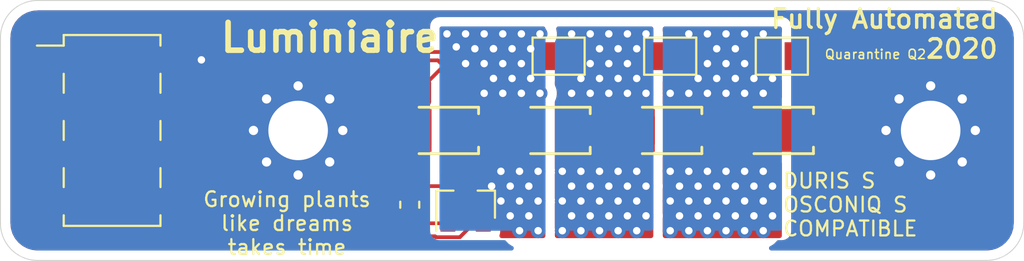
<source format=kicad_pcb>
(kicad_pcb (version 20171130) (host pcbnew 5.1.5)

  (general
    (thickness 1.6)
    (drawings 14)
    (tracks 187)
    (zones 0)
    (modules 15)
    (nets 11)
  )

  (page A4)
  (layers
    (0 F.Cu signal)
    (31 B.Cu signal)
    (32 B.Adhes user)
    (33 F.Adhes user)
    (34 B.Paste user)
    (35 F.Paste user)
    (36 B.SilkS user)
    (37 F.SilkS user)
    (38 B.Mask user hide)
    (39 F.Mask user)
    (40 Dwgs.User user)
    (41 Cmts.User user)
    (42 Eco1.User user)
    (43 Eco2.User user)
    (44 Edge.Cuts user)
    (45 Margin user)
    (46 B.CrtYd user)
    (47 F.CrtYd user)
    (48 B.Fab user)
    (49 F.Fab user hide)
  )

  (setup
    (last_trace_width 0.5)
    (user_trace_width 0.09)
    (user_trace_width 0.127)
    (user_trace_width 0.15)
    (user_trace_width 0.2)
    (user_trace_width 0.3)
    (user_trace_width 0.5)
    (user_trace_width 2)
    (trace_clearance 0.2)
    (zone_clearance 0.508)
    (zone_45_only no)
    (trace_min 0.09)
    (via_size 0.8)
    (via_drill 0.4)
    (via_min_size 0.4)
    (via_min_drill 0.3)
    (uvia_size 0.3)
    (uvia_drill 0.1)
    (uvias_allowed no)
    (uvia_min_size 0.2)
    (uvia_min_drill 0.1)
    (edge_width 0.05)
    (segment_width 0.2)
    (pcb_text_width 0.3)
    (pcb_text_size 1.5 1.5)
    (mod_edge_width 0.12)
    (mod_text_size 1 1)
    (mod_text_width 0.15)
    (pad_size 1.524 1.524)
    (pad_drill 0.762)
    (pad_to_mask_clearance 0.051)
    (solder_mask_min_width 0.25)
    (aux_axis_origin 0 0)
    (visible_elements FFFFFF7F)
    (pcbplotparams
      (layerselection 0x010fc_ffffffff)
      (usegerberextensions false)
      (usegerberattributes false)
      (usegerberadvancedattributes false)
      (creategerberjobfile false)
      (excludeedgelayer true)
      (linewidth 0.100000)
      (plotframeref false)
      (viasonmask false)
      (mode 1)
      (useauxorigin false)
      (hpglpennumber 1)
      (hpglpenspeed 20)
      (hpglpendiameter 15.000000)
      (psnegative false)
      (psa4output false)
      (plotreference true)
      (plotvalue true)
      (plotinvisibletext false)
      (padsonsilk false)
      (subtractmaskfromsilk false)
      (outputformat 1)
      (mirror false)
      (drillshape 1)
      (scaleselection 1)
      (outputdirectory ""))
  )

  (net 0 "")
  (net 1 GND)
  (net 2 /Vtemp)
  (net 3 +3V3)
  (net 4 VDD)
  (net 5 /N1)
  (net 6 /N2)
  (net 7 /N3)
  (net 8 GNDA)
  (net 9 /MONITOR_N)
  (net 10 /MONITOR_P)

  (net_class Default "This is the default net class."
    (clearance 0.2)
    (trace_width 0.25)
    (via_dia 0.8)
    (via_drill 0.4)
    (uvia_dia 0.3)
    (uvia_drill 0.1)
    (add_net +3V3)
    (add_net /MONITOR_N)
    (add_net /MONITOR_P)
    (add_net /N1)
    (add_net /N2)
    (add_net /N3)
    (add_net /Vtemp)
    (add_net GND)
    (add_net GNDA)
    (add_net VDD)
  )

  (module Automated:LED_Osram_DURIS_S5_3x2.55x0.6mm (layer F.Cu) (tedit 5E88A0C7) (tstamp 5E8923E7)
    (at 153 87 180)
    (path /5E5C4033)
    (fp_text reference D4 (at 0 2.175) (layer F.SilkS) hide
      (effects (font (size 1 1) (thickness 0.15)))
    )
    (fp_text value LED_ALT (at 0 -0.5) (layer F.Fab)
      (effects (font (size 1 1) (thickness 0.15)))
    )
    (fp_line (start -1.7 -0.9) (end -1.7 -1.25) (layer F.SilkS) (width 0.15))
    (fp_line (start -1.7 1.25) (end -1.7 0.9) (layer F.SilkS) (width 0.15))
    (fp_line (start -1.7 1.25) (end 1.5 1.25) (layer F.SilkS) (width 0.15))
    (fp_line (start -1.7 -1.25) (end 1.5 -1.25) (layer F.SilkS) (width 0.15))
    (fp_line (start -1.5 -1.275) (end -1.5 1.275) (layer F.CrtYd) (width 0.12))
    (fp_line (start 1.5 -1.275) (end -1.5 -1.275) (layer F.CrtYd) (width 0.12))
    (fp_line (start 1.5 1.275) (end 1.5 -1.275) (layer F.CrtYd) (width 0.12))
    (fp_line (start -1.5 1.275) (end 1.5 1.275) (layer F.CrtYd) (width 0.12))
    (pad 2 smd rect (at 1.325 0.425 180) (size 0.95 0.5025) (layers F.Cu F.Paste F.Mask)
      (net 7 /N3))
    (pad 2 smd rect (at 1.175 0.65) (size 0.65 0.95) (layers F.Cu F.Paste F.Mask)
      (net 7 /N3))
    (pad 1 smd rect (at -1.15 -0.625 180) (size 0.7 0.95) (layers F.Cu F.Paste F.Mask)
      (net 1 GND))
    (pad 1 smd rect (at -1.3 -0.425 180) (size 1 0.55) (layers F.Cu F.Paste F.Mask)
      (net 1 GND))
    (pad 2 smd rect (at 1.175 -0.65) (size 0.65 0.95) (layers F.Cu F.Paste F.Mask)
      (net 7 /N3))
    (pad 2 smd rect (at 1.325 -0.425 180) (size 0.95 0.5025) (layers F.Cu F.Paste F.Mask)
      (net 7 /N3))
    (pad 1 smd rect (at -1.3 0.425 180) (size 1 0.55) (layers F.Cu F.Paste F.Mask)
      (net 1 GND))
    (pad 1 smd rect (at -1.15 0.625 180) (size 0.7 0.95) (layers F.Cu F.Paste F.Mask)
      (net 1 GND))
    (pad 1 smd rect (at -0.2 -0.625) (size 0.65 0.95) (layers F.Cu F.Paste F.Mask)
      (net 1 GND))
    (pad 1 smd rect (at -0.2 0.625 180) (size 0.65 0.95) (layers F.Cu F.Paste F.Mask)
      (net 1 GND))
    (pad 2 smd rect (at 1.345 0 180) (size 1.03 1.5) (layers F.Cu F.Mask)
      (net 7 /N3))
    (pad 2 smd rect (at 1.195 0 180) (size 0.73 2.3) (layers F.Cu F.Mask)
      (net 7 /N3))
    (pad 1 smd rect (at -0.71 0 180) (size 1.68 2.3) (layers F.Cu F.Mask)
      (net 1 GND))
    (pad 1 smd rect (at -0.86 0 180) (size 1.98 1.5) (layers F.Cu F.Mask)
      (net 1 GND))
    (model ${KIPRJMOD}/CAD_GX_PSLX31_20160316/GX_PSLX31_20160316_geometry.STEP
      (at (xyz 0 0 0))
      (scale (xyz 1 1 1))
      (rotate (xyz 0 0 0))
    )
  )

  (module Automated:LED_Osram_DURIS_S5_3x2.55x0.6mm (layer F.Cu) (tedit 5E88A0C7) (tstamp 5E8923CD)
    (at 147 87 180)
    (path /5E5C39F6)
    (fp_text reference D3 (at 0 2.175) (layer F.SilkS) hide
      (effects (font (size 1 1) (thickness 0.15)))
    )
    (fp_text value LED_ALT (at 0 -0.5) (layer F.Fab)
      (effects (font (size 1 1) (thickness 0.15)))
    )
    (fp_line (start -1.7 -0.9) (end -1.7 -1.25) (layer F.SilkS) (width 0.15))
    (fp_line (start -1.7 1.25) (end -1.7 0.9) (layer F.SilkS) (width 0.15))
    (fp_line (start -1.7 1.25) (end 1.5 1.25) (layer F.SilkS) (width 0.15))
    (fp_line (start -1.7 -1.25) (end 1.5 -1.25) (layer F.SilkS) (width 0.15))
    (fp_line (start -1.5 -1.275) (end -1.5 1.275) (layer F.CrtYd) (width 0.12))
    (fp_line (start 1.5 -1.275) (end -1.5 -1.275) (layer F.CrtYd) (width 0.12))
    (fp_line (start 1.5 1.275) (end 1.5 -1.275) (layer F.CrtYd) (width 0.12))
    (fp_line (start -1.5 1.275) (end 1.5 1.275) (layer F.CrtYd) (width 0.12))
    (pad 2 smd rect (at 1.325 0.425 180) (size 0.95 0.5025) (layers F.Cu F.Paste F.Mask)
      (net 6 /N2))
    (pad 2 smd rect (at 1.175 0.65) (size 0.65 0.95) (layers F.Cu F.Paste F.Mask)
      (net 6 /N2))
    (pad 1 smd rect (at -1.15 -0.625 180) (size 0.7 0.95) (layers F.Cu F.Paste F.Mask)
      (net 7 /N3))
    (pad 1 smd rect (at -1.3 -0.425 180) (size 1 0.55) (layers F.Cu F.Paste F.Mask)
      (net 7 /N3))
    (pad 2 smd rect (at 1.175 -0.65) (size 0.65 0.95) (layers F.Cu F.Paste F.Mask)
      (net 6 /N2))
    (pad 2 smd rect (at 1.325 -0.425 180) (size 0.95 0.5025) (layers F.Cu F.Paste F.Mask)
      (net 6 /N2))
    (pad 1 smd rect (at -1.3 0.425 180) (size 1 0.55) (layers F.Cu F.Paste F.Mask)
      (net 7 /N3))
    (pad 1 smd rect (at -1.15 0.625 180) (size 0.7 0.95) (layers F.Cu F.Paste F.Mask)
      (net 7 /N3))
    (pad 1 smd rect (at -0.2 -0.625) (size 0.65 0.95) (layers F.Cu F.Paste F.Mask)
      (net 7 /N3))
    (pad 1 smd rect (at -0.2 0.625 180) (size 0.65 0.95) (layers F.Cu F.Paste F.Mask)
      (net 7 /N3))
    (pad 2 smd rect (at 1.345 0 180) (size 1.03 1.5) (layers F.Cu F.Mask)
      (net 6 /N2))
    (pad 2 smd rect (at 1.195 0 180) (size 0.73 2.3) (layers F.Cu F.Mask)
      (net 6 /N2))
    (pad 1 smd rect (at -0.71 0 180) (size 1.68 2.3) (layers F.Cu F.Mask)
      (net 7 /N3))
    (pad 1 smd rect (at -0.86 0 180) (size 1.98 1.5) (layers F.Cu F.Mask)
      (net 7 /N3))
    (model ${KIPRJMOD}/CAD_GX_PSLX31_20160316/GX_PSLX31_20160316_geometry.STEP
      (at (xyz 0 0 0))
      (scale (xyz 1 1 1))
      (rotate (xyz 0 0 0))
    )
  )

  (module Automated:LED_Osram_DURIS_S5_3x2.55x0.6mm (layer F.Cu) (tedit 5E88A0C7) (tstamp 5E8923B3)
    (at 141 87 180)
    (path /5E5C34E2)
    (fp_text reference D2 (at 0 2.175) (layer F.SilkS) hide
      (effects (font (size 1 1) (thickness 0.15)))
    )
    (fp_text value LED_ALT (at 0 -0.5) (layer F.Fab)
      (effects (font (size 1 1) (thickness 0.15)))
    )
    (fp_line (start -1.7 -0.9) (end -1.7 -1.25) (layer F.SilkS) (width 0.15))
    (fp_line (start -1.7 1.25) (end -1.7 0.9) (layer F.SilkS) (width 0.15))
    (fp_line (start -1.7 1.25) (end 1.5 1.25) (layer F.SilkS) (width 0.15))
    (fp_line (start -1.7 -1.25) (end 1.5 -1.25) (layer F.SilkS) (width 0.15))
    (fp_line (start -1.5 -1.275) (end -1.5 1.275) (layer F.CrtYd) (width 0.12))
    (fp_line (start 1.5 -1.275) (end -1.5 -1.275) (layer F.CrtYd) (width 0.12))
    (fp_line (start 1.5 1.275) (end 1.5 -1.275) (layer F.CrtYd) (width 0.12))
    (fp_line (start -1.5 1.275) (end 1.5 1.275) (layer F.CrtYd) (width 0.12))
    (pad 2 smd rect (at 1.325 0.425 180) (size 0.95 0.5025) (layers F.Cu F.Paste F.Mask)
      (net 5 /N1))
    (pad 2 smd rect (at 1.175 0.65) (size 0.65 0.95) (layers F.Cu F.Paste F.Mask)
      (net 5 /N1))
    (pad 1 smd rect (at -1.15 -0.625 180) (size 0.7 0.95) (layers F.Cu F.Paste F.Mask)
      (net 6 /N2))
    (pad 1 smd rect (at -1.3 -0.425 180) (size 1 0.55) (layers F.Cu F.Paste F.Mask)
      (net 6 /N2))
    (pad 2 smd rect (at 1.175 -0.65) (size 0.65 0.95) (layers F.Cu F.Paste F.Mask)
      (net 5 /N1))
    (pad 2 smd rect (at 1.325 -0.425 180) (size 0.95 0.5025) (layers F.Cu F.Paste F.Mask)
      (net 5 /N1))
    (pad 1 smd rect (at -1.3 0.425 180) (size 1 0.55) (layers F.Cu F.Paste F.Mask)
      (net 6 /N2))
    (pad 1 smd rect (at -1.15 0.625 180) (size 0.7 0.95) (layers F.Cu F.Paste F.Mask)
      (net 6 /N2))
    (pad 1 smd rect (at -0.2 -0.625) (size 0.65 0.95) (layers F.Cu F.Paste F.Mask)
      (net 6 /N2))
    (pad 1 smd rect (at -0.2 0.625 180) (size 0.65 0.95) (layers F.Cu F.Paste F.Mask)
      (net 6 /N2))
    (pad 2 smd rect (at 1.345 0 180) (size 1.03 1.5) (layers F.Cu F.Mask)
      (net 5 /N1))
    (pad 2 smd rect (at 1.195 0 180) (size 0.73 2.3) (layers F.Cu F.Mask)
      (net 5 /N1))
    (pad 1 smd rect (at -0.71 0 180) (size 1.68 2.3) (layers F.Cu F.Mask)
      (net 6 /N2))
    (pad 1 smd rect (at -0.86 0 180) (size 1.98 1.5) (layers F.Cu F.Mask)
      (net 6 /N2))
    (model ${KIPRJMOD}/CAD_GX_PSLX31_20160316/GX_PSLX31_20160316_geometry.STEP
      (at (xyz 0 0 0))
      (scale (xyz 1 1 1))
      (rotate (xyz 0 0 0))
    )
  )

  (module Automated:LED_Osram_DURIS_S5_3x2.55x0.6mm (layer F.Cu) (tedit 5E88A0C7) (tstamp 5E892399)
    (at 135 87 180)
    (path /5E5C2941)
    (fp_text reference D1 (at 0 2.175) (layer F.SilkS) hide
      (effects (font (size 1 1) (thickness 0.15)))
    )
    (fp_text value LED_ALT (at 0 -0.5) (layer F.Fab)
      (effects (font (size 1 1) (thickness 0.15)))
    )
    (fp_line (start -1.7 -0.9) (end -1.7 -1.25) (layer F.SilkS) (width 0.15))
    (fp_line (start -1.7 1.25) (end -1.7 0.9) (layer F.SilkS) (width 0.15))
    (fp_line (start -1.7 1.25) (end 1.5 1.25) (layer F.SilkS) (width 0.15))
    (fp_line (start -1.7 -1.25) (end 1.5 -1.25) (layer F.SilkS) (width 0.15))
    (fp_line (start -1.5 -1.275) (end -1.5 1.275) (layer F.CrtYd) (width 0.12))
    (fp_line (start 1.5 -1.275) (end -1.5 -1.275) (layer F.CrtYd) (width 0.12))
    (fp_line (start 1.5 1.275) (end 1.5 -1.275) (layer F.CrtYd) (width 0.12))
    (fp_line (start -1.5 1.275) (end 1.5 1.275) (layer F.CrtYd) (width 0.12))
    (pad 2 smd rect (at 1.325 0.425 180) (size 0.95 0.5025) (layers F.Cu F.Paste F.Mask)
      (net 4 VDD))
    (pad 2 smd rect (at 1.175 0.65) (size 0.65 0.95) (layers F.Cu F.Paste F.Mask)
      (net 4 VDD))
    (pad 1 smd rect (at -1.15 -0.625 180) (size 0.7 0.95) (layers F.Cu F.Paste F.Mask)
      (net 5 /N1))
    (pad 1 smd rect (at -1.3 -0.425 180) (size 1 0.55) (layers F.Cu F.Paste F.Mask)
      (net 5 /N1))
    (pad 2 smd rect (at 1.175 -0.65) (size 0.65 0.95) (layers F.Cu F.Paste F.Mask)
      (net 4 VDD))
    (pad 2 smd rect (at 1.325 -0.425 180) (size 0.95 0.5025) (layers F.Cu F.Paste F.Mask)
      (net 4 VDD))
    (pad 1 smd rect (at -1.3 0.425 180) (size 1 0.55) (layers F.Cu F.Paste F.Mask)
      (net 5 /N1))
    (pad 1 smd rect (at -1.15 0.625 180) (size 0.7 0.95) (layers F.Cu F.Paste F.Mask)
      (net 5 /N1))
    (pad 1 smd rect (at -0.2 -0.625) (size 0.65 0.95) (layers F.Cu F.Paste F.Mask)
      (net 5 /N1))
    (pad 1 smd rect (at -0.2 0.625 180) (size 0.65 0.95) (layers F.Cu F.Paste F.Mask)
      (net 5 /N1))
    (pad 2 smd rect (at 1.345 0 180) (size 1.03 1.5) (layers F.Cu F.Mask)
      (net 4 VDD))
    (pad 2 smd rect (at 1.195 0 180) (size 0.73 2.3) (layers F.Cu F.Mask)
      (net 4 VDD))
    (pad 1 smd rect (at -0.71 0 180) (size 1.68 2.3) (layers F.Cu F.Mask)
      (net 5 /N1))
    (pad 1 smd rect (at -0.86 0 180) (size 1.98 1.5) (layers F.Cu F.Mask)
      (net 5 /N1))
    (model ${KIPRJMOD}/CAD_GX_PSLX31_20160316/GX_PSLX31_20160316_geometry.STEP
      (at (xyz 0 0 0))
      (scale (xyz 1 1 1))
      (rotate (xyz 0 0 0))
    )
  )

  (module Jumper:SolderJumper-2_P1.3mm_Open_Pad1.0x1.5mm (layer F.Cu) (tedit 5A3EABFC) (tstamp 5E5BD523)
    (at 141 83)
    (descr "SMD Solder Jumper, 1x1.5mm Pads, 0.3mm gap, open")
    (tags "solder jumper open")
    (path /5E5B8439)
    (attr virtual)
    (fp_text reference JP1 (at 0 -1.8) (layer F.SilkS) hide
      (effects (font (size 1 1) (thickness 0.15)))
    )
    (fp_text value "No LED Jumper" (at 0 1.9) (layer F.Fab)
      (effects (font (size 1 1) (thickness 0.15)))
    )
    (fp_line (start 1.65 1.25) (end -1.65 1.25) (layer F.CrtYd) (width 0.05))
    (fp_line (start 1.65 1.25) (end 1.65 -1.25) (layer F.CrtYd) (width 0.05))
    (fp_line (start -1.65 -1.25) (end -1.65 1.25) (layer F.CrtYd) (width 0.05))
    (fp_line (start -1.65 -1.25) (end 1.65 -1.25) (layer F.CrtYd) (width 0.05))
    (fp_line (start -1.4 -1) (end 1.4 -1) (layer F.SilkS) (width 0.12))
    (fp_line (start 1.4 -1) (end 1.4 1) (layer F.SilkS) (width 0.12))
    (fp_line (start 1.4 1) (end -1.4 1) (layer F.SilkS) (width 0.12))
    (fp_line (start -1.4 1) (end -1.4 -1) (layer F.SilkS) (width 0.12))
    (pad 1 smd rect (at -0.65 0) (size 1 1.5) (layers F.Cu F.Mask)
      (net 5 /N1))
    (pad 2 smd rect (at 0.65 0) (size 1 1.5) (layers F.Cu F.Mask)
      (net 6 /N2))
  )

  (module MountingHole:MountingHole_3.2mm_M3_Pad_Via (layer F.Cu) (tedit 56DDBCCA) (tstamp 5E5BD649)
    (at 127 87)
    (descr "Mounting Hole 3.2mm, M3")
    (tags "mounting hole 3.2mm m3")
    (path /5E5CAE78)
    (attr virtual)
    (fp_text reference H1 (at 0 -4.2) (layer F.SilkS) hide
      (effects (font (size 1 1) (thickness 0.15)))
    )
    (fp_text value M3 (at 0 4.2) (layer F.Fab)
      (effects (font (size 1 1) (thickness 0.15)))
    )
    (fp_circle (center 0 0) (end 3.45 0) (layer F.CrtYd) (width 0.05))
    (fp_circle (center 0 0) (end 3.2 0) (layer Cmts.User) (width 0.15))
    (fp_text user %R (at 0.3 0) (layer F.Fab)
      (effects (font (size 1 1) (thickness 0.15)))
    )
    (pad 1 thru_hole circle (at 1.697056 -1.697056) (size 0.8 0.8) (drill 0.5) (layers *.Cu *.Mask)
      (net 1 GND))
    (pad 1 thru_hole circle (at 0 -2.4) (size 0.8 0.8) (drill 0.5) (layers *.Cu *.Mask)
      (net 1 GND))
    (pad 1 thru_hole circle (at -1.697056 -1.697056) (size 0.8 0.8) (drill 0.5) (layers *.Cu *.Mask)
      (net 1 GND))
    (pad 1 thru_hole circle (at -2.4 0) (size 0.8 0.8) (drill 0.5) (layers *.Cu *.Mask)
      (net 1 GND))
    (pad 1 thru_hole circle (at -1.697056 1.697056) (size 0.8 0.8) (drill 0.5) (layers *.Cu *.Mask)
      (net 1 GND))
    (pad 1 thru_hole circle (at 0 2.4) (size 0.8 0.8) (drill 0.5) (layers *.Cu *.Mask)
      (net 1 GND))
    (pad 1 thru_hole circle (at 1.697056 1.697056) (size 0.8 0.8) (drill 0.5) (layers *.Cu *.Mask)
      (net 1 GND))
    (pad 1 thru_hole circle (at 2.4 0) (size 0.8 0.8) (drill 0.5) (layers *.Cu *.Mask)
      (net 1 GND))
    (pad 1 thru_hole circle (at 0 0) (size 6.4 6.4) (drill 3.2) (layers *.Cu *.Mask)
      (net 1 GND))
  )

  (module Jumper:SolderJumper-2_P1.3mm_Open_Pad1.0x1.5mm (layer F.Cu) (tedit 5A3EABFC) (tstamp 5E5BD531)
    (at 147 83)
    (descr "SMD Solder Jumper, 1x1.5mm Pads, 0.3mm gap, open")
    (tags "solder jumper open")
    (path /5E5B8CA9)
    (attr virtual)
    (fp_text reference JP2 (at 0 -1.8) (layer F.SilkS) hide
      (effects (font (size 1 1) (thickness 0.15)))
    )
    (fp_text value "No LED Jumper" (at 0 1.9) (layer F.Fab)
      (effects (font (size 1 1) (thickness 0.15)))
    )
    (fp_line (start 1.65 1.25) (end -1.65 1.25) (layer F.CrtYd) (width 0.05))
    (fp_line (start 1.65 1.25) (end 1.65 -1.25) (layer F.CrtYd) (width 0.05))
    (fp_line (start -1.65 -1.25) (end -1.65 1.25) (layer F.CrtYd) (width 0.05))
    (fp_line (start -1.65 -1.25) (end 1.65 -1.25) (layer F.CrtYd) (width 0.05))
    (fp_line (start -1.4 -1) (end 1.4 -1) (layer F.SilkS) (width 0.12))
    (fp_line (start 1.4 -1) (end 1.4 1) (layer F.SilkS) (width 0.12))
    (fp_line (start 1.4 1) (end -1.4 1) (layer F.SilkS) (width 0.12))
    (fp_line (start -1.4 1) (end -1.4 -1) (layer F.SilkS) (width 0.12))
    (pad 1 smd rect (at -0.65 0) (size 1 1.5) (layers F.Cu F.Mask)
      (net 6 /N2))
    (pad 2 smd rect (at 0.65 0) (size 1 1.5) (layers F.Cu F.Mask)
      (net 7 /N3))
  )

  (module Capacitor_SMD:C_0603_1608Metric (layer F.Cu) (tedit 5B301BBE) (tstamp 5E5B21FE)
    (at 133 91 90)
    (descr "Capacitor SMD 0603 (1608 Metric), square (rectangular) end terminal, IPC_7351 nominal, (Body size source: http://www.tortai-tech.com/upload/download/2011102023233369053.pdf), generated with kicad-footprint-generator")
    (tags capacitor)
    (path /5E5C713A)
    (attr smd)
    (fp_text reference C1 (at 0 -2 180) (layer F.SilkS) hide
      (effects (font (size 1 1) (thickness 0.15)))
    )
    (fp_text value 100nF (at 0 1.43 90) (layer F.Fab)
      (effects (font (size 1 1) (thickness 0.15)))
    )
    (fp_text user %R (at 0 0 90) (layer F.Fab)
      (effects (font (size 0.4 0.4) (thickness 0.06)))
    )
    (fp_line (start 1.48 0.73) (end -1.48 0.73) (layer F.CrtYd) (width 0.05))
    (fp_line (start 1.48 -0.73) (end 1.48 0.73) (layer F.CrtYd) (width 0.05))
    (fp_line (start -1.48 -0.73) (end 1.48 -0.73) (layer F.CrtYd) (width 0.05))
    (fp_line (start -1.48 0.73) (end -1.48 -0.73) (layer F.CrtYd) (width 0.05))
    (fp_line (start -0.162779 0.51) (end 0.162779 0.51) (layer F.SilkS) (width 0.12))
    (fp_line (start -0.162779 -0.51) (end 0.162779 -0.51) (layer F.SilkS) (width 0.12))
    (fp_line (start 0.8 0.4) (end -0.8 0.4) (layer F.Fab) (width 0.1))
    (fp_line (start 0.8 -0.4) (end 0.8 0.4) (layer F.Fab) (width 0.1))
    (fp_line (start -0.8 -0.4) (end 0.8 -0.4) (layer F.Fab) (width 0.1))
    (fp_line (start -0.8 0.4) (end -0.8 -0.4) (layer F.Fab) (width 0.1))
    (pad 2 smd roundrect (at 0.7875 0 90) (size 0.875 0.95) (layers F.Cu F.Paste F.Mask) (roundrect_rratio 0.25)
      (net 8 GNDA))
    (pad 1 smd roundrect (at -0.7875 0 90) (size 0.875 0.95) (layers F.Cu F.Paste F.Mask) (roundrect_rratio 0.25)
      (net 3 +3V3))
    (model ${KISYS3DMOD}/Capacitor_SMD.3dshapes/C_0603_1608Metric.wrl
      (at (xyz 0 0 0))
      (scale (xyz 1 1 1))
      (rotate (xyz 0 0 0))
    )
  )

  (module Automated:falogo_small_copper (layer B.Cu) (tedit 0) (tstamp 5E5B418E)
    (at 117 87 180)
    (path /5E5D44F1)
    (fp_text reference G1 (at 0 0) (layer B.SilkS) hide
      (effects (font (size 1.524 1.524) (thickness 0.3)) (justify mirror))
    )
    (fp_text value Fully_Automated_Logo (at 0.75 0) (layer B.SilkS) hide
      (effects (font (size 1.524 1.524) (thickness 0.3)) (justify mirror))
    )
    (fp_poly (pts (xy 0.604184 2.455569) (xy 0.63933 2.437909) (xy 0.667949 2.40794) (xy 0.67275 2.400268)
      (xy 0.677751 2.391244) (xy 0.681705 2.382142) (xy 0.684718 2.371111) (xy 0.686895 2.3563)
      (xy 0.688342 2.335859) (xy 0.689164 2.307936) (xy 0.689468 2.270682) (xy 0.689357 2.222246)
      (xy 0.688939 2.160777) (xy 0.688625 2.121865) (xy 0.688009 2.052452) (xy 0.687346 1.997119)
      (xy 0.686514 1.95407) (xy 0.68539 1.921508) (xy 0.683851 1.89764) (xy 0.681776 1.880668)
      (xy 0.679043 1.868798) (xy 0.675529 1.860234) (xy 0.671112 1.85318) (xy 0.670254 1.85199)
      (xy 0.649826 1.831995) (xy 0.621229 1.813386) (xy 0.590686 1.799553) (xy 0.564419 1.793884)
      (xy 0.563562 1.793875) (xy 0.544301 1.797432) (xy 0.519151 1.806427) (xy 0.507697 1.811735)
      (xy 0.477548 1.83229) (xy 0.456289 1.861264) (xy 0.454177 1.865313) (xy 0.449046 1.875851)
      (xy 0.445008 1.886194) (xy 0.441954 1.898266) (xy 0.439772 1.913989) (xy 0.438352 1.935288)
      (xy 0.437581 1.964084) (xy 0.43735 2.002302) (xy 0.437548 2.051864) (xy 0.438063 2.114693)
      (xy 0.438302 2.140574) (xy 0.438982 2.208726) (xy 0.4397 2.262833) (xy 0.440588 2.304727)
      (xy 0.441776 2.336238) (xy 0.443397 2.359196) (xy 0.445583 2.375432) (xy 0.448464 2.386776)
      (xy 0.452173 2.39506) (xy 0.456841 2.402113) (xy 0.457136 2.402512) (xy 0.488986 2.434392)
      (xy 0.526072 2.453841) (xy 0.565451 2.46089) (xy 0.604184 2.455569)) (layer B.Mask) (width 0.01))
    (fp_poly (pts (xy 0.2216 2.456202) (xy 0.259216 2.438668) (xy 0.29223 2.408533) (xy 0.296926 2.402497)
      (xy 0.30154 2.395699) (xy 0.30521 2.387947) (xy 0.308044 2.377461) (xy 0.310149 2.362463)
      (xy 0.311634 2.341172) (xy 0.312606 2.311812) (xy 0.313174 2.272602) (xy 0.313445 2.221763)
      (xy 0.313527 2.157518) (xy 0.313531 2.128653) (xy 0.313531 1.877219) (xy 0.294472 1.850497)
      (xy 0.27076 1.826939) (xy 0.23892 1.807511) (xy 0.205657 1.795843) (xy 0.190197 1.79405)
      (xy 0.171103 1.797532) (xy 0.146171 1.806534) (xy 0.135099 1.811735) (xy 0.117155 1.821022)
      (xy 0.102705 1.829791) (xy 0.091355 1.839789) (xy 0.082707 1.852762) (xy 0.076367 1.870459)
      (xy 0.071939 1.894627) (xy 0.069027 1.927012) (xy 0.067236 1.969363) (xy 0.06617 2.023426)
      (xy 0.065433 2.090949) (xy 0.065156 2.120608) (xy 0.062844 2.366831) (xy 0.082745 2.400789)
      (xy 0.109956 2.433429) (xy 0.144089 2.45356) (xy 0.182264 2.461158) (xy 0.2216 2.456202)) (layer B.Mask) (width 0.01))
    (fp_poly (pts (xy -0.148826 2.45601) (xy -0.113147 2.439919) (xy -0.081471 2.409438) (xy -0.076137 2.402512)
      (xy -0.07141 2.395473) (xy -0.067651 2.387308) (xy -0.064726 2.376185) (xy -0.062505 2.360273)
      (xy -0.060856 2.337743) (xy -0.059646 2.306763) (xy -0.058745 2.265504) (xy -0.058021 2.212134)
      (xy -0.057343 2.144824) (xy -0.057303 2.140574) (xy -0.056702 2.072568) (xy -0.056378 2.018512)
      (xy -0.056444 1.976484) (xy -0.05701 1.944561) (xy -0.058187 1.920819) (xy -0.060086 1.903335)
      (xy -0.062817 1.890186) (xy -0.066493 1.879449) (xy -0.071223 1.8692) (xy -0.073178 1.865313)
      (xy -0.099233 1.83008) (xy -0.134174 1.806753) (xy -0.175193 1.796498) (xy -0.219485 1.800481)
      (xy -0.225272 1.802086) (xy -0.247874 1.812709) (xy -0.267698 1.827201) (xy -0.279123 1.838288)
      (xy -0.288255 1.849138) (xy -0.295349 1.861593) (xy -0.300664 1.877496) (xy -0.304456 1.89869)
      (xy -0.306982 1.927018) (xy -0.308499 1.964325) (xy -0.309264 2.012452) (xy -0.309532 2.073242)
      (xy -0.309563 2.127641) (xy -0.309458 2.197534) (xy -0.309085 2.25337) (xy -0.308355 2.296965)
      (xy -0.307181 2.330136) (xy -0.305476 2.354699) (xy -0.30315 2.37247) (xy -0.300117 2.385267)
      (xy -0.296678 2.394098) (xy -0.272995 2.427315) (xy -0.238884 2.448783) (xy -0.194 2.458714)
      (xy -0.19102 2.458943) (xy -0.148826 2.45601)) (layer B.Mask) (width 0.01))
    (fp_poly (pts (xy -0.513115 2.453354) (xy -0.477963 2.431817) (xy -0.450118 2.396433) (xy -0.446184 2.389124)
      (xy -0.440984 2.378498) (xy -0.436906 2.36809) (xy -0.433835 2.35595) (xy -0.431657 2.340126)
      (xy -0.430256 2.318669) (xy -0.429518 2.289627) (xy -0.429328 2.251049) (xy -0.429571 2.200986)
      (xy -0.430132 2.137486) (xy -0.430309 2.119313) (xy -0.431003 2.052111) (xy -0.431722 1.998878)
      (xy -0.432615 1.957709) (xy -0.433829 1.926699) (xy -0.435513 1.903941) (xy -0.437814 1.887531)
      (xy -0.440881 1.875562) (xy -0.44486 1.866131) (xy -0.449901 1.85733) (xy -0.450753 1.855954)
      (xy -0.472107 1.831894) (xy -0.501504 1.811402) (xy -0.533009 1.797936) (xy -0.556147 1.794558)
      (xy -0.578613 1.797436) (xy -0.598335 1.802086) (xy -0.620937 1.812709) (xy -0.640761 1.827201)
      (xy -0.652068 1.838156) (xy -0.661131 1.848863) (xy -0.668198 1.861137) (xy -0.673517 1.876795)
      (xy -0.677337 1.897653) (xy -0.679905 1.925527) (xy -0.68147 1.962233) (xy -0.682279 2.009587)
      (xy -0.682582 2.069406) (xy -0.682625 2.13362) (xy -0.682596 2.202491) (xy -0.682426 2.257315)
      (xy -0.681997 2.299922) (xy -0.681188 2.332141) (xy -0.679877 2.355799) (xy -0.677946 2.372727)
      (xy -0.675274 2.384752) (xy -0.67174 2.393703) (xy -0.667224 2.40141) (xy -0.664766 2.405067)
      (xy -0.634597 2.435757) (xy -0.595367 2.454807) (xy -0.554939 2.460625) (xy -0.513115 2.453354)) (layer B.Mask) (width 0.01))
    (fp_poly (pts (xy -1.383352 1.36522) (xy -1.328863 1.365047) (xy -1.28657 1.36461) (xy -1.254633 1.363787)
      (xy -1.231213 1.362456) (xy -1.214469 1.360494) (xy -1.202564 1.35778) (xy -1.193656 1.354191)
      (xy -1.185906 1.349607) (xy -1.182607 1.347391) (xy -1.148767 1.317823) (xy -1.128915 1.283587)
      (xy -1.121716 1.248764) (xy -1.125336 1.205291) (xy -1.143257 1.167943) (xy -1.174571 1.138306)
      (xy -1.190356 1.12911) (xy -1.201223 1.12391) (xy -1.21215 1.119831) (xy -1.225132 1.116737)
      (xy -1.242163 1.114492) (xy -1.265238 1.112961) (xy -1.296351 1.112007) (xy -1.337498 1.111494)
      (xy -1.390672 1.111287) (xy -1.452563 1.11125) (xy -1.518685 1.111295) (xy -1.570922 1.111517)
      (xy -1.611267 1.112055) (xy -1.64171 1.113043) (xy -1.664242 1.114617) (xy -1.680855 1.116913)
      (xy -1.693539 1.120067) (xy -1.704285 1.124214) (xy -1.714338 1.12911) (xy -1.749698 1.152552)
      (xy -1.771581 1.181335) (xy -1.782267 1.218843) (xy -1.783606 1.231968) (xy -1.779901 1.276237)
      (xy -1.763023 1.314223) (xy -1.734291 1.343364) (xy -1.722562 1.350534) (xy -1.713546 1.354721)
      (xy -1.702773 1.358036) (xy -1.688393 1.360579) (xy -1.668558 1.362449) (xy -1.641419 1.363749)
      (xy -1.605129 1.364578) (xy -1.557837 1.365036) (xy -1.497696 1.365225) (xy -1.451876 1.36525)
      (xy -1.383352 1.36522)) (layer B.Mask) (width 0.01))
    (fp_poly (pts (xy 1.52206 1.361199) (xy 1.577503 1.36089) (xy 1.620712 1.360259) (xy 1.653505 1.359214)
      (xy 1.677704 1.35766) (xy 1.695127 1.355504) (xy 1.707595 1.352651) (xy 1.716928 1.349009)
      (xy 1.719827 1.347511) (xy 1.752987 1.321281) (xy 1.774536 1.287348) (xy 1.784356 1.248962)
      (xy 1.782331 1.209369) (xy 1.768343 1.171818) (xy 1.742274 1.139558) (xy 1.727746 1.128402)
      (xy 1.69585 1.107282) (xy 1.473003 1.105892) (xy 1.413578 1.105735) (xy 1.358057 1.105989)
      (xy 1.308803 1.106612) (xy 1.268175 1.107563) (xy 1.238537 1.108799) (xy 1.222249 1.110277)
      (xy 1.22168 1.110386) (xy 1.182133 1.126117) (xy 1.15016 1.153605) (xy 1.128389 1.189618)
      (xy 1.119446 1.230919) (xy 1.119361 1.236427) (xy 1.126472 1.272378) (xy 1.14487 1.307653)
      (xy 1.170984 1.335995) (xy 1.179765 1.342196) (xy 1.188708 1.347578) (xy 1.197522 1.351839)
      (xy 1.208078 1.355111) (xy 1.222247 1.357523) (xy 1.241899 1.359207) (xy 1.268904 1.360294)
      (xy 1.305133 1.360914) (xy 1.352457 1.361198) (xy 1.412745 1.361278) (xy 1.452562 1.361282)
      (xy 1.52206 1.361199)) (layer B.Mask) (width 0.01))
    (fp_poly (pts (xy -1.383933 0.992158) (xy -1.329341 0.991986) (xy -1.286951 0.991551) (xy -1.254927 0.990732)
      (xy -1.231433 0.989407) (xy -1.214631 0.987455) (xy -1.202685 0.984753) (xy -1.193759 0.981181)
      (xy -1.186017 0.976617) (xy -1.182607 0.974329) (xy -1.15045 0.947645) (xy -1.131639 0.918625)
      (xy -1.123774 0.882896) (xy -1.123157 0.865972) (xy -1.124778 0.835591) (xy -1.13104 0.81365)
      (xy -1.144041 0.792918) (xy -1.144537 0.792265) (xy -1.156199 0.777643) (xy -1.167722 0.765925)
      (xy -1.180938 0.756793) (xy -1.197677 0.749929) (xy -1.219771 0.745013) (xy -1.24905 0.741728)
      (xy -1.287345 0.739756) (xy -1.336488 0.738777) (xy -1.398308 0.738474) (xy -1.453763 0.738499)
      (xy -1.52667 0.738784) (xy -1.585183 0.739468) (xy -1.63078 0.740613) (xy -1.664937 0.742282)
      (xy -1.689133 0.744537) (xy -1.704845 0.747441) (xy -1.710532 0.749393) (xy -1.744662 0.772208)
      (xy -1.76928 0.804035) (xy -1.783244 0.841289) (xy -1.78541 0.880387) (xy -1.774636 0.917743)
      (xy -1.76789 0.92931) (xy -1.748368 0.952427) (xy -1.725078 0.97274) (xy -1.72306 0.97414)
      (xy -1.715135 0.979218) (xy -1.706893 0.983241) (xy -1.696493 0.986333) (xy -1.682096 0.988615)
      (xy -1.661862 0.990211) (xy -1.633952 0.991243) (xy -1.596526 0.991834) (xy -1.547745 0.992107)
      (xy -1.485769 0.992184) (xy -1.452563 0.992188) (xy -1.383933 0.992158)) (layer B.Mask) (width 0.01))
    (fp_poly (pts (xy 1.521741 0.984181) (xy 1.576896 0.983904) (xy 1.619881 0.98332) (xy 1.652547 0.982327)
      (xy 1.676744 0.980825) (xy 1.694327 0.978712) (xy 1.707145 0.975887) (xy 1.717051 0.972251)
      (xy 1.722561 0.969534) (xy 1.753989 0.944746) (xy 1.774319 0.911952) (xy 1.783592 0.874457)
      (xy 1.78185 0.835567) (xy 1.769132 0.798587) (xy 1.74548 0.766823) (xy 1.719827 0.74799)
      (xy 1.710783 0.743926) (xy 1.698921 0.740694) (xy 1.682374 0.738178) (xy 1.659275 0.736265)
      (xy 1.627758 0.73484) (xy 1.585956 0.73379) (xy 1.532001 0.732999) (xy 1.464468 0.732357)
      (xy 1.392751 0.731951) (xy 1.335232 0.732057) (xy 1.290238 0.732733) (xy 1.256099 0.734037)
      (xy 1.231143 0.736027) (xy 1.213699 0.73876) (xy 1.20444 0.741369) (xy 1.174478 0.754727)
      (xy 1.15418 0.771528) (xy 1.137453 0.797127) (xy 1.134482 0.802825) (xy 1.12107 0.843351)
      (xy 1.122981 0.883769) (xy 1.137244 0.92065) (xy 1.146516 0.937427) (xy 1.155903 0.95096)
      (xy 1.16713 0.961597) (xy 1.181926 0.969688) (xy 1.202016 0.97558) (xy 1.229129 0.979621)
      (xy 1.264991 0.98216) (xy 1.311329 0.983546) (xy 1.369869 0.984127) (xy 1.44234 0.98425)
      (xy 1.452562 0.98425) (xy 1.521741 0.984181)) (layer B.Mask) (width 0.01))
    (fp_poly (pts (xy -0.251995 3.993736) (xy -0.244657 3.99197) (xy -0.244011 3.991713) (xy -0.236277 3.987738)
      (xy -0.228317 3.981458) (xy -0.219282 3.971517) (xy -0.208322 3.956559) (xy -0.194587 3.935227)
      (xy -0.177227 3.906166) (xy -0.155392 3.86802) (xy -0.128234 3.819432) (xy -0.094902 3.759047)
      (xy -0.071438 3.71632) (xy 0.011906 3.564378) (xy 0.071437 3.56409) (xy 0.108041 3.563094)
      (xy 0.155248 3.560645) (xy 0.207892 3.557121) (xy 0.260806 3.552901) (xy 0.308824 3.548362)
      (xy 0.346103 3.543976) (xy 0.378675 3.539501) (xy 0.512631 3.716423) (xy 0.548453 3.763472)
      (xy 0.582055 3.807111) (xy 0.611995 3.845505) (xy 0.636829 3.876819) (xy 0.655116 3.899219)
      (xy 0.665414 3.910869) (xy 0.665765 3.911204) (xy 0.685984 3.923944) (xy 0.706667 3.929063)
      (xy 0.718837 3.926497) (xy 0.744858 3.919047) (xy 0.783601 3.907088) (xy 0.833937 3.890992)
      (xy 0.894738 3.871133) (xy 0.964875 3.847883) (xy 1.04322 3.821617) (xy 1.128643 3.792708)
      (xy 1.220016 3.761529) (xy 1.31621 3.728454) (xy 1.383105 3.705311) (xy 1.404285 3.697914)
      (xy 1.421265 3.690823) (xy 1.434496 3.682304) (xy 1.44443 3.670628) (xy 1.451518 3.65406)
      (xy 1.456212 3.630871) (xy 1.458963 3.599328) (xy 1.460224 3.557699) (xy 1.460446 3.504253)
      (xy 1.460081 3.437257) (xy 1.459901 3.410846) (xy 1.458329 3.173821) (xy 1.503104 3.146849)
      (xy 1.551783 3.116436) (xy 1.605466 3.081115) (xy 1.658445 3.044743) (xy 1.705018 3.011181)
      (xy 1.716832 3.002279) (xy 1.76282 2.967162) (xy 1.958926 3.050399) (xy 2.02627 3.078852)
      (xy 2.080693 3.101478) (xy 2.123804 3.118842) (xy 2.157214 3.131508) (xy 2.182533 3.14004)
      (xy 2.20137 3.145001) (xy 2.215337 3.146957) (xy 2.226042 3.14647) (xy 2.230491 3.145536)
      (xy 2.238289 3.139012) (xy 2.25535 3.121737) (xy 2.280554 3.094968) (xy 2.312779 3.059961)
      (xy 2.350904 3.017974) (xy 2.393809 2.970263) (xy 2.440371 2.918085) (xy 2.489471 2.862696)
      (xy 2.539986 2.805353) (xy 2.590796 2.747313) (xy 2.64078 2.689832) (xy 2.688816 2.634168)
      (xy 2.733784 2.581576) (xy 2.737387 2.577336) (xy 2.744879 2.56652) (xy 2.748815 2.554382)
      (xy 2.748572 2.539387) (xy 2.743524 2.520004) (xy 2.733048 2.4947) (xy 2.716519 2.46194)
      (xy 2.693311 2.420193) (xy 2.662801 2.367925) (xy 2.628993 2.311305) (xy 2.510008 2.113224)
      (xy 2.544497 2.050784) (xy 2.561538 2.018534) (xy 2.582307 1.977126) (xy 2.604157 1.93194)
      (xy 2.624088 1.889125) (xy 2.640892 1.852521) (xy 2.655589 1.821179) (xy 2.666837 1.797916)
      (xy 2.673292 1.785546) (xy 2.674048 1.784429) (xy 2.682882 1.782078) (xy 2.705452 1.778133)
      (xy 2.739732 1.772889) (xy 2.783696 1.766642) (xy 2.835317 1.759688) (xy 2.892569 1.75232)
      (xy 2.905125 1.750747) (xy 2.975115 1.741875) (xy 3.031079 1.734309) (xy 3.074766 1.727607)
      (xy 3.107928 1.721328) (xy 3.132317 1.715031) (xy 3.149684 1.708274) (xy 3.161779 1.700614)
      (xy 3.170354 1.691611) (xy 3.176307 1.682352) (xy 3.179112 1.672423) (xy 3.184592 1.648498)
      (xy 3.192419 1.612171) (xy 3.202263 1.565032) (xy 3.213796 1.508676) (xy 3.226687 1.444695)
      (xy 3.240607 1.374681) (xy 3.253886 1.3071) (xy 3.272041 1.21342) (xy 3.287006 1.134449)
      (xy 3.298919 1.069375) (xy 3.307915 1.017384) (xy 3.314131 0.977663) (xy 3.317703 0.949399)
      (xy 3.318767 0.931779) (xy 3.317942 0.924896) (xy 3.312736 0.914744) (xy 3.303896 0.904143)
      (xy 3.289874 0.892056) (xy 3.269118 0.877442) (xy 3.240078 0.859264) (xy 3.201203 0.836481)
      (xy 3.150944 0.808057) (xy 3.107531 0.783898) (xy 3.050544 0.75318) (xy 2.991094 0.722969)
      (xy 2.926622 0.692068) (xy 2.85457 0.659279) (xy 2.772379 0.623406) (xy 2.689521 0.588287)
      (xy 2.627926 0.562641) (xy 2.570547 0.539097) (xy 2.519121 0.518341) (xy 2.475386 0.501059)
      (xy 2.441077 0.487939) (xy 2.417932 0.479666) (xy 2.407739 0.476924) (xy 2.397341 0.480961)
      (xy 2.37513 0.492038) (xy 2.342972 0.509142) (xy 2.302736 0.531256) (xy 2.256287 0.557366)
      (xy 2.205493 0.586457) (xy 2.194026 0.593095) (xy 1.994897 0.708594) (xy 1.985782 0.820625)
      (xy 1.963477 1.000913) (xy 1.926403 1.175444) (xy 1.874626 1.344052) (xy 1.808214 1.506569)
      (xy 1.727234 1.66283) (xy 1.631753 1.812669) (xy 1.534443 1.940719) (xy 1.415772 2.072849)
      (xy 1.28711 2.192888) (xy 1.149202 2.300437) (xy 1.002791 2.395101) (xy 0.848622 2.476481)
      (xy 0.68744 2.544181) (xy 0.519989 2.597804) (xy 0.347014 2.636953) (xy 0.186996 2.659506)
      (xy 0.131549 2.663409) (xy 0.065239 2.665329) (xy -0.007644 2.665376) (xy -0.082812 2.663659)
      (xy -0.155975 2.660285) (xy -0.222844 2.655364) (xy -0.27913 2.649005) (xy -0.289719 2.647415)
      (xy -0.365189 2.633781) (xy -0.444494 2.616562) (xy -0.521715 2.597176) (xy -0.590934 2.577038)
      (xy -0.61062 2.570601) (xy -0.640632 2.560544) (xy -0.664302 2.552777) (xy -0.678095 2.548454)
      (xy -0.680146 2.547938) (xy -0.68079 2.55554) (xy -0.681371 2.577003) (xy -0.681868 2.610313)
      (xy -0.682258 2.653456) (xy -0.682517 2.704418) (xy -0.682624 2.761186) (xy -0.682625 2.76894)
      (xy -0.682667 2.83406) (xy -0.682889 2.885328) (xy -0.683434 2.924765) (xy -0.68445 2.954396)
      (xy -0.686079 2.976242) (xy -0.688467 2.992326) (xy -0.691759 3.00467) (xy -0.696099 3.015297)
      (xy -0.700946 3.024924) (xy -0.708524 3.036987) (xy -0.719983 3.050672) (xy -0.736729 3.067192)
      (xy -0.760167 3.087762) (xy -0.791702 3.113597) (xy -0.832739 3.145908) (xy -0.884682 3.185912)
      (xy -0.906784 3.202782) (xy -0.954257 3.23899) (xy -0.9976 3.27212) (xy -1.035212 3.300943)
      (xy -1.065492 3.324228) (xy -1.08684 3.340747) (xy -1.097655 3.349271) (xy -1.098623 3.350102)
      (xy -1.098868 3.358896) (xy -1.097212 3.380998) (xy -1.093958 3.413997) (xy -1.089407 3.455481)
      (xy -1.083864 3.503038) (xy -1.077632 3.554254) (xy -1.071013 3.606719) (xy -1.06431 3.65802)
      (xy -1.057826 3.705745) (xy -1.051865 3.747482) (xy -1.04673 3.780818) (xy -1.042723 3.803342)
      (xy -1.040639 3.811692) (xy -1.036672 3.820939) (xy -1.031493 3.829044) (xy -1.023781 3.83639)
      (xy -1.01221 3.843358) (xy -0.995458 3.850331) (xy -0.9722 3.857692) (xy -0.941112 3.865823)
      (xy -0.900871 3.875106) (xy -0.850153 3.885924) (xy -0.787635 3.898659) (xy -0.711992 3.913693)
      (xy -0.635421 3.928756) (xy -0.548495 3.945757) (xy -0.475783 3.959809) (xy -0.415942 3.971128)
      (xy -0.367629 3.979929) (xy -0.329502 3.986429) (xy -0.300217 3.990844) (xy -0.278433 3.99339)
      (xy -0.262807 3.994282) (xy -0.251995 3.993736)) (layer B.Mask) (width 0.01))
    (fp_poly (pts (xy -1.382406 0.615117) (xy -1.326355 0.614929) (xy -1.282638 0.614486) (xy -1.249487 0.613684)
      (xy -1.225131 0.612416) (xy -1.207801 0.610577) (xy -1.195727 0.608062) (xy -1.187139 0.604766)
      (xy -1.180267 0.600583) (xy -1.177807 0.598791) (xy -1.147564 0.571442) (xy -1.130328 0.54221)
      (xy -1.12354 0.506099) (xy -1.123157 0.492125) (xy -1.127112 0.452732) (xy -1.140682 0.421826)
      (xy -1.16643 0.394412) (xy -1.177792 0.38546) (xy -1.184659 0.380837) (xy -1.192717 0.377157)
      (xy -1.203776 0.374299) (xy -1.219645 0.372138) (xy -1.242132 0.370552) (xy -1.273049 0.369419)
      (xy -1.314202 0.368615) (xy -1.367403 0.368018) (xy -1.43446 0.367504) (xy -1.443208 0.367444)
      (xy -1.51696 0.367221) (xy -1.580392 0.367595) (xy -1.632338 0.368539) (xy -1.671635 0.370023)
      (xy -1.697118 0.37202) (xy -1.706559 0.373874) (xy -1.727209 0.385468) (xy -1.745016 0.399337)
      (xy -1.772118 0.434235) (xy -1.785081 0.473176) (xy -1.784135 0.513463) (xy -1.769516 0.552397)
      (xy -1.741455 0.587282) (xy -1.727809 0.598552) (xy -1.721031 0.603154) (xy -1.713301 0.606818)
      (xy -1.702845 0.609649) (xy -1.687892 0.611755) (xy -1.666667 0.613243) (xy -1.637398 0.614219)
      (xy -1.598312 0.614792) (xy -1.547635 0.615067) (xy -1.483595 0.615152) (xy -1.452563 0.615157)
      (xy -1.382406 0.615117)) (layer B.Mask) (width 0.01))
    (fp_poly (pts (xy 1.519222 0.611143) (xy 1.573774 0.610931) (xy 1.616204 0.610435) (xy 1.648387 0.60954)
      (xy 1.6722 0.608129) (xy 1.689519 0.606087) (xy 1.70222 0.603297) (xy 1.712179 0.599644)
      (xy 1.721272 0.595011) (xy 1.722405 0.594377) (xy 1.755853 0.567055) (xy 1.777065 0.530857)
      (xy 1.78463 0.488526) (xy 1.784013 0.474896) (xy 1.774776 0.434432) (xy 1.75452 0.403368)
      (xy 1.721114 0.378652) (xy 1.714337 0.375047) (xy 1.703603 0.369846) (xy 1.692806 0.365768)
      (xy 1.679954 0.362679) (xy 1.663054 0.360444) (xy 1.640114 0.358929) (xy 1.609141 0.357998)
      (xy 1.568143 0.357517) (xy 1.515128 0.357351) (xy 1.452865 0.357362) (xy 1.385888 0.357499)
      (xy 1.332815 0.35787) (xy 1.291672 0.358588) (xy 1.260487 0.359769) (xy 1.237288 0.361525)
      (xy 1.220104 0.363971) (xy 1.206962 0.367219) (xy 1.19589 0.371385) (xy 1.193808 0.372312)
      (xy 1.15742 0.395878) (xy 1.134273 0.427887) (xy 1.123874 0.469128) (xy 1.123156 0.48559)
      (xy 1.127447 0.524996) (xy 1.141895 0.556152) (xy 1.168862 0.583337) (xy 1.182606 0.593329)
      (xy 1.190434 0.598372) (xy 1.198661 0.602364) (xy 1.209133 0.605427) (xy 1.223693 0.607685)
      (xy 1.244188 0.609259) (xy 1.272463 0.610273) (xy 1.310363 0.61085) (xy 1.359733 0.611113)
      (xy 1.422417 0.611185) (xy 1.450671 0.611188) (xy 1.519222 0.611143)) (layer B.Mask) (width 0.01))
    (fp_poly (pts (xy -1.333913 0.244948) (xy -1.285274 0.243947) (xy -1.247182 0.241725) (xy -1.217859 0.237999)
      (xy -1.195532 0.232484) (xy -1.178425 0.224896) (xy -1.164763 0.214952) (xy -1.152772 0.202366)
      (xy -1.144848 0.192394) (xy -1.131463 0.17147) (xy -1.124944 0.149805) (xy -1.12316 0.120113)
      (xy -1.123157 0.118279) (xy -1.127357 0.078695) (xy -1.141558 0.047547) (xy -1.168157 0.020463)
      (xy -1.182607 0.009922) (xy -1.190412 0.004889) (xy -1.198604 0.000905) (xy -1.209024 -0.002151)
      (xy -1.223511 -0.004401) (xy -1.243906 -0.005964) (xy -1.272048 -0.006963) (xy -1.309777 -0.007517)
      (xy -1.358934 -0.007747) (xy -1.421358 -0.007774) (xy -1.451752 -0.007755) (xy -1.520465 -0.007658)
      (xy -1.575166 -0.007407) (xy -1.61772 -0.006884) (xy -1.649989 -0.005973) (xy -1.673838 -0.004559)
      (xy -1.691129 -0.002525) (xy -1.703727 0.000246) (xy -1.713495 0.003869) (xy -1.722297 0.00846)
      (xy -1.723561 0.009188) (xy -1.756422 0.036345) (xy -1.77694 0.070611) (xy -1.785063 0.109047)
      (xy -1.78074 0.148716) (xy -1.763919 0.186681) (xy -1.73455 0.220005) (xy -1.727335 0.225729)
      (xy -1.720324 0.230426) (xy -1.71205 0.234158) (xy -1.700666 0.237057) (xy -1.684328 0.239259)
      (xy -1.66119 0.240896) (xy -1.629407 0.242104) (xy -1.587135 0.243015) (xy -1.532528 0.243765)
      (xy -1.469926 0.244426) (xy -1.394872 0.245013) (xy -1.333913 0.244948)) (layer B.Mask) (width 0.01))
    (fp_poly (pts (xy 1.442389 0.236893) (xy 1.469855 0.236639) (xy 1.537398 0.235879) (xy 1.590915 0.235092)
      (xy 1.632255 0.234142) (xy 1.663267 0.232891) (xy 1.685799 0.231203) (xy 1.7017 0.228941)
      (xy 1.712819 0.225968) (xy 1.721004 0.222148) (xy 1.727824 0.217552) (xy 1.761173 0.185987)
      (xy 1.779687 0.150934) (xy 1.784332 0.110455) (xy 1.783979 0.104843) (xy 1.775308 0.063366)
      (xy 1.755216 0.029867) (xy 1.727333 0.00446) (xy 1.720459 -0.000164) (xy 1.712381 -0.003846)
      (xy 1.701289 -0.006711) (xy 1.685375 -0.008883) (xy 1.662828 -0.010486) (xy 1.63184 -0.011644)
      (xy 1.590601 -0.01248) (xy 1.537303 -0.01312) (xy 1.470136 -0.013688) (xy 1.461917 -0.013751)
      (xy 1.388732 -0.014151) (xy 1.329843 -0.014094) (xy 1.283675 -0.013526) (xy 1.248654 -0.012395)
      (xy 1.223204 -0.01065) (xy 1.205751 -0.008237) (xy 1.194721 -0.005106) (xy 1.1942 -0.004881)
      (xy 1.159701 0.01856) (xy 1.135065 0.052194) (xy 1.121993 0.092603) (xy 1.122183 0.136364)
      (xy 1.122664 0.139076) (xy 1.135465 0.171055) (xy 1.158924 0.200921) (xy 1.188215 0.223327)
      (xy 1.205251 0.230588) (xy 1.22362 0.233331) (xy 1.257184 0.235349) (xy 1.305276 0.236625)
      (xy 1.367233 0.237145) (xy 1.442389 0.236893)) (layer B.Mask) (width 0.01))
    (fp_poly (pts (xy 0.098207 1.670838) (xy 0.197541 1.670802) (xy 0.283255 1.670705) (xy 0.356476 1.670519)
      (xy 0.418332 1.670215) (xy 0.469948 1.669764) (xy 0.512454 1.669136) (xy 0.546976 1.668302)
      (xy 0.574641 1.667234) (xy 0.596576 1.665902) (xy 0.61391 1.664277) (xy 0.627769 1.66233)
      (xy 0.63928 1.660032) (xy 0.649572 1.657353) (xy 0.65977 1.654265) (xy 0.662781 1.653318)
      (xy 0.740653 1.620855) (xy 0.80984 1.575961) (xy 0.869038 1.519982) (xy 0.916946 1.454266)
      (xy 0.952259 1.380161) (xy 0.964601 1.341078) (xy 0.966792 1.330649) (xy 0.968699 1.316243)
      (xy 0.970339 1.296808) (xy 0.971732 1.27129) (xy 0.972897 1.238636) (xy 0.973851 1.197795)
      (xy 0.974614 1.147713) (xy 0.975204 1.087338) (xy 0.97564 1.015616) (xy 0.97594 0.931496)
      (xy 0.976123 0.833924) (xy 0.976209 0.721848) (xy 0.976218 0.685001) (xy 0.976124 0.549827)
      (xy 0.975798 0.430423) (xy 0.975239 0.326689) (xy 0.974444 0.23852) (xy 0.973414 0.165814)
      (xy 0.972145 0.10847) (xy 0.970638 0.066384) (xy 0.968891 0.039453) (xy 0.967652 0.030157)
      (xy 0.944718 -0.04289) (xy 0.907838 -0.111031) (xy 0.858613 -0.172562) (xy 0.798646 -0.225777)
      (xy 0.72954 -0.268969) (xy 0.658812 -0.29854) (xy 0.649665 -0.301243) (xy 0.639108 -0.303592)
      (xy 0.626001 -0.305614) (xy 0.609207 -0.307338) (xy 0.587587 -0.308792) (xy 0.560003 -0.310005)
      (xy 0.525316 -0.311004) (xy 0.482389 -0.311818) (xy 0.430082 -0.312476) (xy 0.367257 -0.313005)
      (xy 0.292776 -0.313433) (xy 0.205501 -0.31379) (xy 0.104293 -0.314104) (xy 0.023812 -0.314314)
      (xy -0.072989 -0.314476) (xy -0.166134 -0.314482) (xy -0.254254 -0.31434) (xy -0.335984 -0.314059)
      (xy -0.409956 -0.313649) (xy -0.474804 -0.313119) (xy -0.52916 -0.312478) (xy -0.571658 -0.311734)
      (xy -0.600931 -0.310898) (xy -0.615157 -0.310037) (xy -0.695586 -0.292697) (xy -0.769997 -0.261609)
      (xy -0.836883 -0.218151) (xy -0.894738 -0.163701) (xy -0.942054 -0.099635) (xy -0.977325 -0.027331)
      (xy -0.996495 0.038534) (xy -0.998787 0.051398) (xy -1.000761 0.067075) (xy -1.002433 0.086685)
      (xy -1.003819 0.111345) (xy -1.004936 0.142172) (xy -1.005801 0.180284) (xy -1.006429 0.226799)
      (xy -1.006838 0.282835) (xy -1.007043 0.349509) (xy -1.007062 0.42794) (xy -1.00691 0.519243)
      (xy -1.006605 0.624539) (xy -1.006315 0.705284) (xy -1.005882 0.817924) (xy -1.005473 0.915827)
      (xy -1.005104 0.989813) (xy -0.8092 0.989813) (xy -0.808775 0.908844) (xy -0.791001 0.968375)
      (xy -0.777812 1.00636) (xy -0.760289 1.048824) (xy -0.742214 1.086602) (xy -0.742133 1.086756)
      (xy -0.714479 1.132029) (xy -0.679638 1.175832) (xy -0.636259 1.219303) (xy -0.582995 1.263583)
      (xy -0.518495 1.309813) (xy -0.441412 1.359132) (xy -0.36938 1.401807) (xy -0.274417 1.456532)
      (xy -0.341599 1.459011) (xy -0.413308 1.457622) (xy -0.477342 1.446942) (xy -0.539677 1.425788)
      (xy -0.563563 1.415042) (xy -0.625064 1.377975) (xy -0.681827 1.328951) (xy -0.730061 1.271764)
      (xy -0.764009 1.214438) (xy -0.784346 1.16688) (xy -0.797907 1.122327) (xy -0.805764 1.075453)
      (xy -0.808987 1.020932) (xy -0.8092 0.989813) (xy -1.005104 0.989813) (xy -1.005052 1.000129)
      (xy -1.004586 1.071968) (xy -1.00404 1.132482) (xy -1.00338 1.182808) (xy -1.002571 1.224083)
      (xy -1.001579 1.257445) (xy -1.000369 1.28403) (xy -0.998907 1.304977) (xy -0.997159 1.321422)
      (xy -0.995089 1.334503) (xy -0.992664 1.345358) (xy -0.98985 1.355123) (xy -0.98661 1.364936)
      (xy -0.98631 1.365823) (xy -0.952448 1.441534) (xy -0.905646 1.509406) (xy -0.847589 1.567773)
      (xy -0.779966 1.614967) (xy -0.704461 1.64932) (xy -0.697132 1.651792) (xy -0.638969 1.670844)
      (xy -0.015875 1.670844) (xy 0.098207 1.670838)) (layer B.Mask) (width 0.01))
    (fp_poly (pts (xy 0.593611 -0.450536) (xy 0.631597 -0.467414) (xy 0.660738 -0.496147) (xy 0.667908 -0.507876)
      (xy 0.672095 -0.516891) (xy 0.67541 -0.527665) (xy 0.677953 -0.542045) (xy 0.679823 -0.56188)
      (xy 0.681123 -0.589018) (xy 0.681952 -0.625309) (xy 0.68241 -0.672601) (xy 0.682599 -0.732742)
      (xy 0.682625 -0.778561) (xy 0.682594 -0.847086) (xy 0.682421 -0.901574) (xy 0.681984 -0.943868)
      (xy 0.681161 -0.975805) (xy 0.67983 -0.999225) (xy 0.677868 -1.015968) (xy 0.675154 -1.027874)
      (xy 0.671565 -1.036782) (xy 0.666981 -1.044532) (xy 0.664765 -1.04783) (xy 0.63294 -1.083136)
      (xy 0.596196 -1.103868) (xy 0.555935 -1.109633) (xy 0.513558 -1.100039) (xy 0.500244 -1.093903)
      (xy 0.48225 -1.084185) (xy 0.467769 -1.074414) (xy 0.4564 -1.062824) (xy 0.447742 -1.047647)
      (xy 0.441394 -1.027119) (xy 0.436956 -0.999472) (xy 0.434025 -0.96294) (xy 0.432202 -0.915758)
      (xy 0.431086 -0.856158) (xy 0.430308 -0.785812) (xy 0.429684 -0.718659) (xy 0.42935 -0.665432)
      (xy 0.42942 -0.624185) (xy 0.430009 -0.592968) (xy 0.431231 -0.569836) (xy 0.433201 -0.552841)
      (xy 0.436034 -0.540034) (xy 0.439846 -0.529468) (xy 0.444749 -0.519197) (xy 0.446183 -0.516402)
      (xy 0.4697 -0.480988) (xy 0.498316 -0.45905) (xy 0.535459 -0.448274) (xy 0.549342 -0.446832)
      (xy 0.593611 -0.450536)) (layer B.Mask) (width 0.01))
    (fp_poly (pts (xy 0.21692 -0.449571) (xy 0.255266 -0.466796) (xy 0.285569 -0.496683) (xy 0.292751 -0.508032)
      (xy 0.297511 -0.517147) (xy 0.301277 -0.526902) (xy 0.304165 -0.539171) (xy 0.306292 -0.55583)
      (xy 0.307773 -0.578757) (xy 0.308724 -0.609826) (xy 0.309262 -0.650915) (xy 0.309503 -0.703899)
      (xy 0.309562 -0.770654) (xy 0.309562 -0.779766) (xy 0.309531 -0.848104) (xy 0.309357 -0.902412)
      (xy 0.308916 -0.944536) (xy 0.308085 -0.97632) (xy 0.306743 -0.99961) (xy 0.304764 -1.01625)
      (xy 0.302028 -1.028087) (xy 0.298411 -1.036964) (xy 0.293789 -1.044728) (xy 0.291703 -1.04783)
      (xy 0.273992 -1.06975) (xy 0.25454 -1.088317) (xy 0.252606 -1.0898) (xy 0.224108 -1.103086)
      (xy 0.18877 -1.108956) (xy 0.153742 -1.106858) (xy 0.130986 -1.099201) (xy 0.101212 -1.080049)
      (xy 0.081694 -1.05833) (xy 0.067303 -1.028577) (xy 0.063601 -1.016813) (xy 0.060742 -1.001983)
      (xy 0.058655 -0.982197) (xy 0.057268 -0.955567) (xy 0.056509 -0.920205) (xy 0.056306 -0.874221)
      (xy 0.056587 -0.815728) (xy 0.057096 -0.760239) (xy 0.057845 -0.692716) (xy 0.058628 -0.639222)
      (xy 0.059579 -0.597909) (xy 0.060833 -0.566932) (xy 0.062526 -0.544445) (xy 0.064792 -0.5286)
      (xy 0.067766 -0.517552) (xy 0.071583 -0.509454) (xy 0.075896 -0.503102) (xy 0.107033 -0.470771)
      (xy 0.1431 -0.452252) (xy 0.17327 -0.446423) (xy 0.21692 -0.449571)) (layer B.Mask) (width 0.01))
    (fp_poly (pts (xy -0.145499 -0.453157) (xy -0.108439 -0.476176) (xy -0.084074 -0.502628) (xy -0.079472 -0.509407)
      (xy -0.075808 -0.517137) (xy -0.072977 -0.527592) (xy -0.070871 -0.542546) (xy -0.069383 -0.56377)
      (xy -0.068407 -0.593039) (xy -0.067834 -0.632125) (xy -0.067559 -0.682802) (xy -0.067474 -0.746842)
      (xy -0.067469 -0.777875) (xy -0.067509 -0.848031) (xy -0.067697 -0.904083) (xy -0.06814 -0.947799)
      (xy -0.068942 -0.980951) (xy -0.07021 -1.005306) (xy -0.072049 -1.022636) (xy -0.074564 -1.03471)
      (xy -0.07786 -1.043299) (xy -0.082043 -1.050171) (xy -0.083835 -1.05263) (xy -0.102221 -1.073397)
      (xy -0.120947 -1.090039) (xy -0.147576 -1.102319) (xy -0.181962 -1.108297) (xy -0.217045 -1.107364)
      (xy -0.242488 -1.100524) (xy -0.271211 -1.081083) (xy -0.295781 -1.053143) (xy -0.311425 -1.022522)
      (xy -0.313646 -1.013781) (xy -0.314776 -0.999419) (xy -0.315643 -0.97145) (xy -0.316225 -0.932141)
      (xy -0.316504 -0.883761) (xy -0.316458 -0.828575) (xy -0.316067 -0.768851) (xy -0.315947 -0.756612)
      (xy -0.315199 -0.689692) (xy -0.314418 -0.636778) (xy -0.313463 -0.596004) (xy -0.312194 -0.565503)
      (xy -0.310473 -0.543406) (xy -0.308158 -0.527846) (xy -0.30511 -0.516955) (xy -0.301189 -0.508867)
      (xy -0.296927 -0.502612) (xy -0.263594 -0.469019) (xy -0.225578 -0.449578) (xy -0.185379 -0.444291)
      (xy -0.145499 -0.453157)) (layer B.Mask) (width 0.01))
    (fp_poly (pts (xy -0.557281 -0.446457) (xy -0.515803 -0.455129) (xy -0.482305 -0.475221) (xy -0.456897 -0.503104)
      (xy -0.452255 -0.510022) (xy -0.448555 -0.518182) (xy -0.445671 -0.529402) (xy -0.443472 -0.545499)
      (xy -0.44183 -0.568291) (xy -0.440616 -0.599595) (xy -0.439701 -0.641228) (xy -0.438957 -0.695008)
      (xy -0.438255 -0.762752) (xy -0.438218 -0.766625) (xy -0.437606 -0.84044) (xy -0.437524 -0.900173)
      (xy -0.438261 -0.947613) (xy -0.440106 -0.98455) (xy -0.443347 -1.012775) (xy -0.448273 -1.034078)
      (xy -0.455174 -1.05025) (xy -0.464337 -1.06308) (xy -0.476053 -1.074358) (xy -0.489608 -1.085114)
      (xy -0.52244 -1.101814) (xy -0.561036 -1.109081) (xy -0.598709 -1.106098) (xy -0.615157 -1.100484)
      (xy -0.649428 -1.076926) (xy -0.675274 -1.043983) (xy -0.682097 -1.029373) (xy -0.684734 -1.014095)
      (xy -0.686924 -0.98401) (xy -0.688631 -0.940182) (xy -0.689822 -0.883676) (xy -0.69046 -0.815554)
      (xy -0.690563 -0.770594) (xy -0.690532 -0.703108) (xy -0.690353 -0.649623) (xy -0.689898 -0.608266)
      (xy -0.689038 -0.577161) (xy -0.687644 -0.554436) (xy -0.685589 -0.538216) (xy -0.682743 -0.526627)
      (xy -0.678979 -0.517796) (xy -0.674167 -0.509848) (xy -0.672515 -0.507378) (xy -0.642102 -0.472308)
      (xy -0.607515 -0.4521) (xy -0.567273 -0.445974) (xy -0.557281 -0.446457)) (layer B.Mask) (width 0.01))
    (fp_poly (pts (xy -1.849888 3.425131) (xy -1.836372 3.419637) (xy -1.811557 3.407107) (xy -1.777693 3.388773)
      (xy -1.737029 3.365869) (xy -1.691817 3.33963) (xy -1.665018 3.323741) (xy -1.609277 3.289734)
      (xy -1.555455 3.255299) (xy -1.500948 3.218628) (xy -1.443153 3.177908) (xy -1.379467 3.13133)
      (xy -1.307287 3.077083) (xy -1.275 3.052484) (xy -1.22208 3.012027) (xy -1.172876 2.974388)
      (xy -1.12888 2.94071) (xy -1.091584 2.912136) (xy -1.062479 2.889809) (xy -1.043056 2.874871)
      (xy -1.03489 2.868532) (xy -1.031663 2.863225) (xy -1.029106 2.852038) (xy -1.02715 2.833415)
      (xy -1.025727 2.805799) (xy -1.024767 2.767636) (xy -1.024201 2.717368) (xy -1.023959 2.653441)
      (xy -1.023938 2.621929) (xy -1.023938 2.384138) (xy -1.113235 2.323753) (xy -1.25418 2.219161)
      (xy -1.384304 2.103725) (xy -1.503134 1.978364) (xy -1.6102 1.843994) (xy -1.705028 1.701533)
      (xy -1.787147 1.551899) (xy -1.856085 1.396009) (xy -1.911371 1.23478) (xy -1.952532 1.069131)
      (xy -1.979097 0.899979) (xy -1.990593 0.728242) (xy -1.989886 0.619125) (xy -1.984015 0.511374)
      (xy -1.973835 0.412896) (xy -1.95847 0.317465) (xy -1.937043 0.218856) (xy -1.928998 0.186532)
      (xy -1.878314 0.017698) (xy -1.814515 -0.142781) (xy -1.737227 -0.295551) (xy -1.646078 -0.441255)
      (xy -1.540693 -0.580538) (xy -1.4207 -0.714044) (xy -1.387734 -0.747226) (xy -1.3492 -0.785823)
      (xy -1.321606 -0.814865) (xy -1.304069 -0.83539) (xy -1.295705 -0.848438) (xy -1.295633 -0.855047)
      (xy -1.295905 -0.855287) (xy -1.305339 -0.861305) (xy -1.3265 -0.874001) (xy -1.357331 -0.892169)
      (xy -1.395782 -0.914602) (xy -1.439797 -0.940096) (xy -1.468438 -0.956599) (xy -1.529517 -0.992095)
      (xy -1.578154 -1.021365) (xy -1.615943 -1.045601) (xy -1.644478 -1.065992) (xy -1.665354 -1.083731)
      (xy -1.680165 -1.100007) (xy -1.690503 -1.116013) (xy -1.695258 -1.126065) (xy -1.699156 -1.140726)
      (xy -1.704567 -1.168867) (xy -1.711134 -1.208201) (xy -1.718493 -1.256444) (xy -1.726285 -1.311309)
      (xy -1.734148 -1.370514) (xy -1.735367 -1.380065) (xy -1.743059 -1.438629) (xy -1.750593 -1.492212)
      (xy -1.757639 -1.538743) (xy -1.763867 -1.576156) (xy -1.768946 -1.602381) (xy -1.772546 -1.61535)
      (xy -1.773089 -1.616201) (xy -1.7842 -1.622948) (xy -1.807759 -1.634374) (xy -1.841377 -1.649507)
      (xy -1.882668 -1.667372) (xy -1.929243 -1.686995) (xy -1.978717 -1.707403) (xy -2.028701 -1.727622)
      (xy -2.076809 -1.746678) (xy -2.120653 -1.763597) (xy -2.157845 -1.777405) (xy -2.186 -1.78713)
      (xy -2.202729 -1.791796) (xy -2.204038 -1.791992) (xy -2.228178 -1.792743) (xy -2.244722 -1.786528)
      (xy -2.255706 -1.776979) (xy -2.269995 -1.761733) (xy -2.292349 -1.736946) (xy -2.321512 -1.704077)
      (xy -2.356226 -1.664584) (xy -2.395233 -1.619928) (xy -2.437277 -1.571567) (xy -2.481099 -1.520961)
      (xy -2.525443 -1.469567) (xy -2.569051 -1.418847) (xy -2.610666 -1.370258) (xy -2.64903 -1.32526)
      (xy -2.682886 -1.285311) (xy -2.710977 -1.251872) (xy -2.732045 -1.2264) (xy -2.744834 -1.210356)
      (xy -2.748216 -1.205441) (xy -2.750298 -1.195294) (xy -2.749095 -1.182384) (xy -2.743894 -1.165246)
      (xy -2.733978 -1.142415) (xy -2.718633 -1.112428) (xy -2.697145 -1.07382) (xy -2.668797 -1.025128)
      (xy -2.632875 -0.964887) (xy -2.621545 -0.946054) (xy -2.510069 -0.761015) (xy -2.551679 -0.684116)
      (xy -2.573384 -0.642589) (xy -2.597643 -0.593957) (xy -2.620763 -0.545708) (xy -2.632129 -0.520996)
      (xy -2.652926 -0.477511) (xy -2.670108 -0.447245) (xy -2.683192 -0.431013) (xy -2.686844 -0.428747)
      (xy -2.698755 -0.426204) (xy -2.724177 -0.422126) (xy -2.760857 -0.416828) (xy -2.80654 -0.410627)
      (xy -2.85897 -0.403837) (xy -2.912941 -0.397132) (xy -2.983163 -0.388339) (xy -3.039271 -0.380641)
      (xy -3.082953 -0.373639) (xy -3.115899 -0.366931) (xy -3.139799 -0.360118) (xy -3.156341 -0.352797)
      (xy -3.167216 -0.344569) (xy -3.174019 -0.335208) (xy -3.177013 -0.3248) (xy -3.182688 -0.300402)
      (xy -3.190712 -0.263611) (xy -3.200751 -0.216024) (xy -3.212472 -0.159237) (xy -3.225542 -0.094848)
      (xy -3.239628 -0.024453) (xy -3.253582 0.046196) (xy -3.270378 0.131999) (xy -3.284266 0.203612)
      (xy -3.29546 0.262411) (xy -3.304176 0.309772) (xy -3.310629 0.347068) (xy -3.315035 0.375676)
      (xy -3.317609 0.39697) (xy -3.318568 0.412327) (xy -3.318126 0.42312) (xy -3.316498 0.430725)
      (xy -3.314564 0.435292) (xy -3.310455 0.441815) (xy -3.304008 0.448883) (xy -3.29394 0.457283)
      (xy -3.278968 0.467801) (xy -3.257811 0.481224) (xy -3.229185 0.498336) (xy -3.191807 0.519925)
      (xy -3.144397 0.546776) (xy -3.08567 0.579676) (xy -3.014344 0.61941) (xy -3.012282 0.620557)
      (xy -2.893219 0.686775) (xy -2.883679 0.82956) (xy -2.880398 0.879122) (xy -2.877319 0.926473)
      (xy -2.874674 0.967992) (xy -2.872694 1.000058) (xy -2.871773 1.015927) (xy -2.869407 1.059511)
      (xy -3.040063 1.188156) (xy -3.099233 1.233014) (xy -3.146726 1.269705) (xy -3.183751 1.299333)
      (xy -3.211519 1.323003) (xy -3.231238 1.341818) (xy -3.244119 1.356882) (xy -3.251371 1.369299)
      (xy -3.254204 1.380172) (xy -3.254375 1.383733) (xy -3.251867 1.394791) (xy -3.244682 1.419275)
      (xy -3.233333 1.455608) (xy -3.218332 1.502211) (xy -3.200193 1.557509) (xy -3.179427 1.619922)
      (xy -3.156547 1.687875) (xy -3.135167 1.750717) (xy -3.105695 1.836581) (xy -3.080713 1.908502)
      (xy -3.059786 1.96763) (xy -3.042476 2.015114) (xy -3.028346 2.052103) (xy -3.01696 2.079746)
      (xy -3.007881 2.099191) (xy -3.000673 2.111588) (xy -2.995818 2.117329) (xy -2.989749 2.12239)
      (xy -2.983038 2.126392) (xy -2.973874 2.129462) (xy -2.960447 2.131723) (xy -2.940948 2.133301)
      (xy -2.913566 2.134323) (xy -2.87649 2.134912) (xy -2.82791 2.135195) (xy -2.766017 2.135296)
      (xy -2.736011 2.135314) (xy -2.496344 2.13544) (xy -2.445368 2.218299) (xy -2.419159 2.259613)
      (xy -2.389442 2.30445) (xy -2.360564 2.346329) (xy -2.344165 2.369084) (xy -2.323606 2.397187)
      (xy -2.307116 2.420293) (xy -2.296654 2.435625) (xy -2.293938 2.440393) (xy -2.296907 2.448293)
      (xy -2.305292 2.468927) (xy -2.318312 2.500416) (xy -2.335185 2.540879) (xy -2.355129 2.588437)
      (xy -2.377363 2.641209) (xy -2.38125 2.650413) (xy -2.41083 2.721324) (xy -2.43393 2.778797)
      (xy -2.450882 2.823736) (xy -2.462018 2.857042) (xy -2.467668 2.879618) (xy -2.468563 2.888353)
      (xy -2.468379 2.895822) (xy -2.46715 2.902968) (xy -2.463863 2.910791) (xy -2.457503 2.920291)
      (xy -2.447057 2.932469) (xy -2.43151 2.948327) (xy -2.409848 2.968864) (xy -2.381058 2.995081)
      (xy -2.344125 3.02798) (xy -2.298035 3.06856) (xy -2.241774 3.117822) (xy -2.191571 3.161702)
      (xy -2.134481 3.211494) (xy -2.080486 3.258408) (xy -2.030875 3.301333) (xy -1.986939 3.339163)
      (xy -1.949967 3.370791) (xy -1.92125 3.395107) (xy -1.902076 3.411004) (xy -1.894237 3.417075)
      (xy -1.86713 3.426595) (xy -1.849888 3.425131)) (layer B.Mask) (width 0.01))
    (fp_poly (pts (xy 1.97131 0.320253) (xy 1.990247 0.310017) (xy 2.01929 0.293823) (xy 2.056635 0.272685)
      (xy 2.100475 0.247618) (xy 2.147815 0.220326) (xy 2.329656 0.115094) (xy 2.389187 0.115094)
      (xy 2.406932 0.115286) (xy 2.422919 0.116311) (xy 2.439184 0.118843) (xy 2.457765 0.123556)
      (xy 2.480699 0.131123) (xy 2.510023 0.14222) (xy 2.547775 0.15752) (xy 2.595992 0.177697)
      (xy 2.65671 0.203424) (xy 2.658589 0.204222) (xy 2.86846 0.29335) (xy 2.94037 0.239253)
      (xy 3.011709 0.185508) (xy 3.07135 0.140322) (xy 3.120338 0.102782) (xy 3.159716 0.071977)
      (xy 3.190529 0.046996) (xy 3.213819 0.026927) (xy 3.230632 0.010858) (xy 3.24201 -0.002122)
      (xy 3.248999 -0.012925) (xy 3.25264 -0.022463) (xy 3.253979 -0.031647) (xy 3.254093 -0.034722)
      (xy 3.251603 -0.046908) (xy 3.244365 -0.07207) (xy 3.233016 -0.108383) (xy 3.21819 -0.15402)
      (xy 3.200525 -0.207154) (xy 3.180656 -0.265958) (xy 3.15922 -0.328606) (xy 3.136853 -0.393272)
      (xy 3.114192 -0.458127) (xy 3.091871 -0.521347) (xy 3.070528 -0.581104) (xy 3.050798 -0.635572)
      (xy 3.033318 -0.682924) (xy 3.018724 -0.721333) (xy 3.007653 -0.748973) (xy 3.000739 -0.764017)
      (xy 2.99942 -0.765968) (xy 2.994397 -0.770451) (xy 2.987875 -0.774) (xy 2.978087 -0.776725)
      (xy 2.963267 -0.778734) (xy 2.941652 -0.780136) (xy 2.911474 -0.78104) (xy 2.870969 -0.781553)
      (xy 2.818372 -0.781784) (xy 2.751916 -0.781843) (xy 2.498508 -0.781843) (xy 2.449515 -0.859661)
      (xy 2.422597 -0.901401) (xy 2.391258 -0.948462) (xy 2.360496 -0.993387) (xy 2.346674 -1.013028)
      (xy 2.292826 -1.088578) (xy 2.380694 -1.297166) (xy 2.408982 -1.364935) (xy 2.431168 -1.419859)
      (xy 2.44768 -1.463562) (xy 2.458947 -1.497668) (xy 2.465398 -1.523803) (xy 2.467459 -1.543591)
      (xy 2.46556 -1.558656) (xy 2.460129 -1.570623) (xy 2.454671 -1.577781) (xy 2.446474 -1.585554)
      (xy 2.427781 -1.602409) (xy 2.400095 -1.627032) (xy 2.36492 -1.658111) (xy 2.323758 -1.694332)
      (xy 2.278112 -1.734382) (xy 2.229486 -1.776949) (xy 2.179382 -1.82072) (xy 2.129304 -1.86438)
      (xy 2.080753 -1.906617) (xy 2.035234 -1.946119) (xy 1.99425 -1.981571) (xy 1.959303 -2.011661)
      (xy 1.931896 -2.035076) (xy 1.914312 -2.049859) (xy 1.884154 -2.067394) (xy 1.852209 -2.070362)
      (xy 1.816013 -2.05892) (xy 1.810949 -2.056424) (xy 1.795909 -2.048138) (xy 1.769541 -2.03296)
      (xy 1.734099 -2.012218) (xy 1.691838 -1.987236) (xy 1.645015 -1.959339) (xy 1.609543 -1.938072)
      (xy 1.438055 -1.834983) (xy 1.316324 -1.89694) (xy 1.272494 -1.919003) (xy 1.23007 -1.93992)
      (xy 1.192548 -1.957998) (xy 1.163424 -1.971545) (xy 1.150937 -1.977001) (xy 1.127485 -1.986762)
      (xy 1.11099 -1.993696) (xy 1.105622 -1.996028) (xy 1.104244 -2.003819) (xy 1.101168 -2.025379)
      (xy 1.096658 -2.058722) (xy 1.090977 -2.101863) (xy 1.08439 -2.152816) (xy 1.077159 -2.209598)
      (xy 1.075635 -2.221674) (xy 1.066274 -2.294246) (xy 1.058138 -2.35266) (xy 1.050817 -2.398549)
      (xy 1.043901 -2.433546) (xy 1.036982 -2.459283) (xy 1.029648 -2.477394) (xy 1.021492 -2.489511)
      (xy 1.012103 -2.497268) (xy 1.005696 -2.500512) (xy 0.993171 -2.504038) (xy 0.967 -2.510058)
      (xy 0.929146 -2.518192) (xy 0.881576 -2.52806) (xy 0.826255 -2.539281) (xy 0.765149 -2.551474)
      (xy 0.700222 -2.564259) (xy 0.63344 -2.577255) (xy 0.566768 -2.590081) (xy 0.502172 -2.602357)
      (xy 0.441616 -2.613701) (xy 0.387067 -2.623734) (xy 0.34049 -2.632075) (xy 0.303849 -2.638343)
      (xy 0.279111 -2.642157) (xy 0.269069 -2.643187) (xy 0.242268 -2.637945) (xy 0.22097 -2.621359)
      (xy 0.211861 -2.608735) (xy 0.196397 -2.584223) (xy 0.175794 -2.549886) (xy 0.15127 -2.507786)
      (xy 0.124044 -2.459988) (xy 0.095333 -2.408555) (xy 0.095016 -2.40798) (xy -0.010813 -2.21643)
      (xy -0.10661 -2.21113) (xy -0.155557 -2.208098) (xy -0.209659 -2.204233) (xy -0.260888 -2.200128)
      (xy -0.287593 -2.197733) (xy -0.323017 -2.194798) (xy -0.352598 -2.193155) (xy -0.372765 -2.192953)
      (xy -0.37967 -2.193896) (xy -0.386168 -2.201147) (xy -0.400859 -2.219332) (xy -0.422383 -2.246707)
      (xy -0.449376 -2.281528) (xy -0.480477 -2.322052) (xy -0.50873 -2.359155) (xy -0.6309 -2.520156)
      (xy -0.843238 -3.185128) (xy -0.875132 -3.284806) (xy -0.905916 -3.380622) (xy -0.935216 -3.47143)
      (xy -0.962655 -3.556086) (xy -0.987859 -3.633443) (xy -1.010453 -3.702357) (xy -1.03006 -3.761682)
      (xy -1.046306 -3.810273) (xy -1.058815 -3.846984) (xy -1.067212 -3.870671) (xy -1.070811 -3.879659)
      (xy -1.098978 -3.9196) (xy -1.138347 -3.954959) (xy -1.172668 -3.975943) (xy -1.201421 -3.986337)
      (xy -1.237388 -3.993916) (xy -1.274058 -3.997781) (xy -1.304919 -3.997034) (xy -1.313657 -3.995384)
      (xy -1.342961 -3.987075) (xy -1.382059 -3.975173) (xy -1.428555 -3.960483) (xy -1.480055 -3.943812)
      (xy -1.534164 -3.925966) (xy -1.588487 -3.907749) (xy -1.640629 -3.889968) (xy -1.688195 -3.87343)
      (xy -1.728791 -3.858938) (xy -1.76002 -3.8473) (xy -1.779489 -3.839321) (xy -1.783505 -3.837301)
      (xy -1.826635 -3.8031) (xy -1.85919 -3.758164) (xy -1.879956 -3.704578) (xy -1.887115 -3.65925)
      (xy -1.887587 -3.649889) (xy -1.887512 -3.640139) (xy -1.886598 -3.629001) (xy -1.884554 -3.615478)
      (xy -1.881088 -3.598572) (xy -1.87591 -3.577286) (xy -1.868727 -3.550619) (xy -1.85925 -3.517576)
      (xy -1.847187 -3.477158) (xy -1.832246 -3.428367) (xy -1.814136 -3.370205) (xy -1.792567 -3.301674)
      (xy -1.767247 -3.221776) (xy -1.737884 -3.129514) (xy -1.704188 -3.023888) (xy -1.675574 -2.934286)
      (xy -1.4605 -2.260979) (xy -1.4605 -2.092477) (xy -1.460345 -2.04509) (xy -1.459735 -2.0034)
      (xy -1.458457 -1.964728) (xy -1.456296 -1.926392) (xy -1.453036 -1.885711) (xy -1.448465 -1.840006)
      (xy -1.442367 -1.786596) (xy -1.434528 -1.7228) (xy -1.424818 -1.646597) (xy -1.416305 -1.580574)
      (xy -1.408243 -1.518338) (xy -1.400901 -1.461949) (xy -1.39455 -1.413466) (xy -1.389459 -1.374947)
      (xy -1.385897 -1.348453) (xy -1.384321 -1.33724) (xy -1.379506 -1.305262) (xy -1.172775 -1.18547)
      (xy -0.966045 -1.065677) (xy -0.873944 -1.111336) (xy -0.713464 -1.182088) (xy -0.546545 -1.238399)
      (xy -0.373034 -1.280314) (xy -0.234157 -1.302896) (xy -0.182058 -1.307873) (xy -0.11852 -1.311137)
      (xy -0.047616 -1.312723) (xy 0.02658 -1.312664) (xy 0.099996 -1.310994) (xy 0.168558 -1.307747)
      (xy 0.228192 -1.302956) (xy 0.261937 -1.298778) (xy 0.422347 -1.269298) (xy 0.572625 -1.230168)
      (xy 0.715915 -1.180436) (xy 0.853281 -1.120165) (xy 1.012962 -1.034267) (xy 1.16235 -0.936614)
      (xy 1.300993 -0.827757) (xy 1.42844 -0.708248) (xy 1.544241 -0.57864) (xy 1.647946 -0.439485)
      (xy 1.739103 -0.291335) (xy 1.817262 -0.134742) (xy 1.881973 0.029742) (xy 1.932784 0.201564)
      (xy 1.933117 0.202902) (xy 1.943378 0.243878) (xy 1.952309 0.278991) (xy 1.959214 0.305549)
      (xy 1.963398 0.320862) (xy 1.964286 0.323514) (xy 1.97131 0.320253)) (layer B.Mask) (width 0.01))
  )

  (module Package_TO_SOT_SMD:SOT-23 (layer F.Cu) (tedit 5A02FF57) (tstamp 5E5ABDDD)
    (at 136 91 90)
    (descr "SOT-23, Standard")
    (tags SOT-23)
    (path /5E5B423A)
    (attr smd)
    (fp_text reference U1 (at 0 3 180) (layer F.SilkS) hide
      (effects (font (size 1 1) (thickness 0.15)))
    )
    (fp_text value TMP23xDBZ (at 0 2.5 90) (layer F.Fab)
      (effects (font (size 1 1) (thickness 0.15)))
    )
    (fp_line (start 0.76 1.58) (end -0.7 1.58) (layer F.SilkS) (width 0.12))
    (fp_line (start 0.76 -1.58) (end -1.4 -1.58) (layer F.SilkS) (width 0.12))
    (fp_line (start -1.7 1.75) (end -1.7 -1.75) (layer F.CrtYd) (width 0.05))
    (fp_line (start 1.7 1.75) (end -1.7 1.75) (layer F.CrtYd) (width 0.05))
    (fp_line (start 1.7 -1.75) (end 1.7 1.75) (layer F.CrtYd) (width 0.05))
    (fp_line (start -1.7 -1.75) (end 1.7 -1.75) (layer F.CrtYd) (width 0.05))
    (fp_line (start 0.76 -1.58) (end 0.76 -0.65) (layer F.SilkS) (width 0.12))
    (fp_line (start 0.76 1.58) (end 0.76 0.65) (layer F.SilkS) (width 0.12))
    (fp_line (start -0.7 1.52) (end 0.7 1.52) (layer F.Fab) (width 0.1))
    (fp_line (start 0.7 -1.52) (end 0.7 1.52) (layer F.Fab) (width 0.1))
    (fp_line (start -0.7 -0.95) (end -0.15 -1.52) (layer F.Fab) (width 0.1))
    (fp_line (start -0.15 -1.52) (end 0.7 -1.52) (layer F.Fab) (width 0.1))
    (fp_line (start -0.7 -0.95) (end -0.7 1.5) (layer F.Fab) (width 0.1))
    (fp_text user %R (at 0 0) (layer F.Fab)
      (effects (font (size 0.5 0.5) (thickness 0.075)))
    )
    (pad 3 smd rect (at 1 0 90) (size 0.9 0.8) (layers F.Cu F.Paste F.Mask)
      (net 8 GNDA))
    (pad 2 smd rect (at -1 0.95 90) (size 0.9 0.8) (layers F.Cu F.Paste F.Mask)
      (net 2 /Vtemp))
    (pad 1 smd rect (at -1 -0.95 90) (size 0.9 0.8) (layers F.Cu F.Paste F.Mask)
      (net 3 +3V3))
    (model ${KISYS3DMOD}/Package_TO_SOT_SMD.3dshapes/SOT-23.wrl
      (at (xyz 0 0 0))
      (scale (xyz 1 1 1))
      (rotate (xyz 0 0 0))
    )
  )

  (module Jumper:SolderJumper-2_P1.3mm_Open_Pad1.0x1.5mm (layer F.Cu) (tedit 5A3EABFC) (tstamp 5E5BD53F)
    (at 153 83)
    (descr "SMD Solder Jumper, 1x1.5mm Pads, 0.3mm gap, open")
    (tags "solder jumper open")
    (path /5E5B97A8)
    (attr virtual)
    (fp_text reference JP3 (at 0 -1.8) (layer F.SilkS) hide
      (effects (font (size 1 1) (thickness 0.15)))
    )
    (fp_text value "No LED Jumper" (at 0 1.9) (layer F.Fab)
      (effects (font (size 1 1) (thickness 0.15)))
    )
    (fp_line (start 1.65 1.25) (end -1.65 1.25) (layer F.CrtYd) (width 0.05))
    (fp_line (start 1.65 1.25) (end 1.65 -1.25) (layer F.CrtYd) (width 0.05))
    (fp_line (start -1.65 -1.25) (end -1.65 1.25) (layer F.CrtYd) (width 0.05))
    (fp_line (start -1.65 -1.25) (end 1.65 -1.25) (layer F.CrtYd) (width 0.05))
    (fp_line (start -1.4 -1) (end 1.4 -1) (layer F.SilkS) (width 0.12))
    (fp_line (start 1.4 -1) (end 1.4 1) (layer F.SilkS) (width 0.12))
    (fp_line (start 1.4 1) (end -1.4 1) (layer F.SilkS) (width 0.12))
    (fp_line (start -1.4 1) (end -1.4 -1) (layer F.SilkS) (width 0.12))
    (pad 1 smd rect (at -0.65 0) (size 1 1.5) (layers F.Cu F.Mask)
      (net 7 /N3))
    (pad 2 smd rect (at 0.65 0) (size 1 1.5) (layers F.Cu F.Mask)
      (net 1 GND))
  )

  (module MountingHole:MountingHole_3.2mm_M3_Pad_Via (layer F.Cu) (tedit 56DDBCCA) (tstamp 5E5BD48F)
    (at 161 87)
    (descr "Mounting Hole 3.2mm, M3")
    (tags "mounting hole 3.2mm m3")
    (path /5E5CB3FA)
    (attr virtual)
    (fp_text reference H2 (at 0 -4.2) (layer F.SilkS) hide
      (effects (font (size 1 1) (thickness 0.15)))
    )
    (fp_text value M3 (at 0 4.2) (layer F.Fab)
      (effects (font (size 1 1) (thickness 0.15)))
    )
    (fp_circle (center 0 0) (end 3.45 0) (layer F.CrtYd) (width 0.05))
    (fp_circle (center 0 0) (end 3.2 0) (layer Cmts.User) (width 0.15))
    (fp_text user %R (at 0.3 0) (layer F.Fab)
      (effects (font (size 1 1) (thickness 0.15)))
    )
    (pad 1 thru_hole circle (at 1.697056 -1.697056) (size 0.8 0.8) (drill 0.5) (layers *.Cu *.Mask)
      (net 1 GND))
    (pad 1 thru_hole circle (at 0 -2.4) (size 0.8 0.8) (drill 0.5) (layers *.Cu *.Mask)
      (net 1 GND))
    (pad 1 thru_hole circle (at -1.697056 -1.697056) (size 0.8 0.8) (drill 0.5) (layers *.Cu *.Mask)
      (net 1 GND))
    (pad 1 thru_hole circle (at -2.4 0) (size 0.8 0.8) (drill 0.5) (layers *.Cu *.Mask)
      (net 1 GND))
    (pad 1 thru_hole circle (at -1.697056 1.697056) (size 0.8 0.8) (drill 0.5) (layers *.Cu *.Mask)
      (net 1 GND))
    (pad 1 thru_hole circle (at 0 2.4) (size 0.8 0.8) (drill 0.5) (layers *.Cu *.Mask)
      (net 1 GND))
    (pad 1 thru_hole circle (at 1.697056 1.697056) (size 0.8 0.8) (drill 0.5) (layers *.Cu *.Mask)
      (net 1 GND))
    (pad 1 thru_hole circle (at 2.4 0) (size 0.8 0.8) (drill 0.5) (layers *.Cu *.Mask)
      (net 1 GND))
    (pad 1 thru_hole circle (at 0 0) (size 6.4 6.4) (drill 3.2) (layers *.Cu *.Mask)
      (net 1 GND))
  )

  (module NetTie:NetTie-2_SMD_Pad0.5mm (layer F.Cu) (tedit 5A1CF6D3) (tstamp 5E88A48F)
    (at 136 84.95 90)
    (descr "Net tie, 2 pin, 0.5mm square SMD pads")
    (tags "net tie")
    (path /5E7EDC7C)
    (attr virtual)
    (fp_text reference NT2 (at 0 -1.2 90) (layer F.SilkS) hide
      (effects (font (size 1 1) (thickness 0.15)))
    )
    (fp_text value NONITOR_N (at 0 1.2 90) (layer F.Fab)
      (effects (font (size 1 1) (thickness 0.15)))
    )
    (fp_line (start -1 -0.5) (end -1 0.5) (layer F.CrtYd) (width 0.05))
    (fp_line (start -1 0.5) (end 1 0.5) (layer F.CrtYd) (width 0.05))
    (fp_line (start 1 0.5) (end 1 -0.5) (layer F.CrtYd) (width 0.05))
    (fp_line (start 1 -0.5) (end -1 -0.5) (layer F.CrtYd) (width 0.05))
    (fp_poly (pts (xy -0.5 -0.25) (xy 0.5 -0.25) (xy 0.5 0.25) (xy -0.5 0.25)) (layer F.Cu) (width 0))
    (pad 2 smd circle (at 0.5 0 90) (size 0.5 0.5) (layers F.Cu)
      (net 9 /MONITOR_N))
    (pad 1 smd circle (at -0.5 0 90) (size 0.5 0.5) (layers F.Cu)
      (net 5 /N1))
  )

  (module NetTie:NetTie-2_SMD_Pad0.5mm (layer F.Cu) (tedit 5A1CF6D3) (tstamp 5E88A484)
    (at 133.9 84.95 90)
    (descr "Net tie, 2 pin, 0.5mm square SMD pads")
    (tags "net tie")
    (path /5E7ED995)
    (attr virtual)
    (fp_text reference NT1 (at 0 -1.2 90) (layer F.SilkS) hide
      (effects (font (size 1 1) (thickness 0.15)))
    )
    (fp_text value MONITOR_P (at 0 1.2 90) (layer F.Fab)
      (effects (font (size 1 1) (thickness 0.15)))
    )
    (fp_line (start -1 -0.5) (end -1 0.5) (layer F.CrtYd) (width 0.05))
    (fp_line (start -1 0.5) (end 1 0.5) (layer F.CrtYd) (width 0.05))
    (fp_line (start 1 0.5) (end 1 -0.5) (layer F.CrtYd) (width 0.05))
    (fp_line (start 1 -0.5) (end -1 -0.5) (layer F.CrtYd) (width 0.05))
    (fp_poly (pts (xy -0.5 -0.25) (xy 0.5 -0.25) (xy 0.5 0.25) (xy -0.5 0.25)) (layer F.Cu) (width 0))
    (pad 2 smd circle (at 0.5 0 90) (size 0.5 0.5) (layers F.Cu)
      (net 10 /MONITOR_P))
    (pad 1 smd circle (at -0.5 0 90) (size 0.5 0.5) (layers F.Cu)
      (net 4 VDD))
  )

  (module Connector_PinHeader_2.54mm:PinHeader_2x04_P2.54mm_Vertical_SMD (layer F.Cu) (tedit 59FED5CC) (tstamp 5E88A42B)
    (at 117 87)
    (descr "surface-mounted straight pin header, 2x04, 2.54mm pitch, double rows")
    (tags "Surface mounted pin header SMD 2x04 2.54mm double row")
    (path /5E89C2F5)
    (attr smd)
    (fp_text reference J1 (at 0 -6.14) (layer F.SilkS) hide
      (effects (font (size 1 1) (thickness 0.15)))
    )
    (fp_text value Luminiaire_Connector (at 0 6.14) (layer F.Fab)
      (effects (font (size 1 1) (thickness 0.15)))
    )
    (fp_text user %R (at 0 0 90) (layer F.Fab)
      (effects (font (size 1 1) (thickness 0.15)))
    )
    (fp_line (start 5.9 -5.6) (end -5.9 -5.6) (layer F.CrtYd) (width 0.05))
    (fp_line (start 5.9 5.6) (end 5.9 -5.6) (layer F.CrtYd) (width 0.05))
    (fp_line (start -5.9 5.6) (end 5.9 5.6) (layer F.CrtYd) (width 0.05))
    (fp_line (start -5.9 -5.6) (end -5.9 5.6) (layer F.CrtYd) (width 0.05))
    (fp_line (start 2.6 2.03) (end 2.6 3.05) (layer F.SilkS) (width 0.12))
    (fp_line (start -2.6 2.03) (end -2.6 3.05) (layer F.SilkS) (width 0.12))
    (fp_line (start 2.6 -0.51) (end 2.6 0.51) (layer F.SilkS) (width 0.12))
    (fp_line (start -2.6 -0.51) (end -2.6 0.51) (layer F.SilkS) (width 0.12))
    (fp_line (start 2.6 -3.05) (end 2.6 -2.03) (layer F.SilkS) (width 0.12))
    (fp_line (start -2.6 -3.05) (end -2.6 -2.03) (layer F.SilkS) (width 0.12))
    (fp_line (start 2.6 4.57) (end 2.6 5.14) (layer F.SilkS) (width 0.12))
    (fp_line (start -2.6 4.57) (end -2.6 5.14) (layer F.SilkS) (width 0.12))
    (fp_line (start 2.6 -5.14) (end 2.6 -4.57) (layer F.SilkS) (width 0.12))
    (fp_line (start -2.6 -5.14) (end -2.6 -4.57) (layer F.SilkS) (width 0.12))
    (fp_line (start -4.04 -4.57) (end -2.6 -4.57) (layer F.SilkS) (width 0.12))
    (fp_line (start -2.6 5.14) (end 2.6 5.14) (layer F.SilkS) (width 0.12))
    (fp_line (start -2.6 -5.14) (end 2.6 -5.14) (layer F.SilkS) (width 0.12))
    (fp_line (start 3.6 4.13) (end 2.54 4.13) (layer F.Fab) (width 0.1))
    (fp_line (start 3.6 3.49) (end 3.6 4.13) (layer F.Fab) (width 0.1))
    (fp_line (start 2.54 3.49) (end 3.6 3.49) (layer F.Fab) (width 0.1))
    (fp_line (start -3.6 4.13) (end -2.54 4.13) (layer F.Fab) (width 0.1))
    (fp_line (start -3.6 3.49) (end -3.6 4.13) (layer F.Fab) (width 0.1))
    (fp_line (start -2.54 3.49) (end -3.6 3.49) (layer F.Fab) (width 0.1))
    (fp_line (start 3.6 1.59) (end 2.54 1.59) (layer F.Fab) (width 0.1))
    (fp_line (start 3.6 0.95) (end 3.6 1.59) (layer F.Fab) (width 0.1))
    (fp_line (start 2.54 0.95) (end 3.6 0.95) (layer F.Fab) (width 0.1))
    (fp_line (start -3.6 1.59) (end -2.54 1.59) (layer F.Fab) (width 0.1))
    (fp_line (start -3.6 0.95) (end -3.6 1.59) (layer F.Fab) (width 0.1))
    (fp_line (start -2.54 0.95) (end -3.6 0.95) (layer F.Fab) (width 0.1))
    (fp_line (start 3.6 -0.95) (end 2.54 -0.95) (layer F.Fab) (width 0.1))
    (fp_line (start 3.6 -1.59) (end 3.6 -0.95) (layer F.Fab) (width 0.1))
    (fp_line (start 2.54 -1.59) (end 3.6 -1.59) (layer F.Fab) (width 0.1))
    (fp_line (start -3.6 -0.95) (end -2.54 -0.95) (layer F.Fab) (width 0.1))
    (fp_line (start -3.6 -1.59) (end -3.6 -0.95) (layer F.Fab) (width 0.1))
    (fp_line (start -2.54 -1.59) (end -3.6 -1.59) (layer F.Fab) (width 0.1))
    (fp_line (start 3.6 -3.49) (end 2.54 -3.49) (layer F.Fab) (width 0.1))
    (fp_line (start 3.6 -4.13) (end 3.6 -3.49) (layer F.Fab) (width 0.1))
    (fp_line (start 2.54 -4.13) (end 3.6 -4.13) (layer F.Fab) (width 0.1))
    (fp_line (start -3.6 -3.49) (end -2.54 -3.49) (layer F.Fab) (width 0.1))
    (fp_line (start -3.6 -4.13) (end -3.6 -3.49) (layer F.Fab) (width 0.1))
    (fp_line (start -2.54 -4.13) (end -3.6 -4.13) (layer F.Fab) (width 0.1))
    (fp_line (start 2.54 -5.08) (end 2.54 5.08) (layer F.Fab) (width 0.1))
    (fp_line (start -2.54 -4.13) (end -1.59 -5.08) (layer F.Fab) (width 0.1))
    (fp_line (start -2.54 5.08) (end -2.54 -4.13) (layer F.Fab) (width 0.1))
    (fp_line (start -1.59 -5.08) (end 2.54 -5.08) (layer F.Fab) (width 0.1))
    (fp_line (start 2.54 5.08) (end -2.54 5.08) (layer F.Fab) (width 0.1))
    (pad 8 smd rect (at 2.525 3.81) (size 3.15 1) (layers F.Cu F.Paste F.Mask)
      (net 8 GNDA))
    (pad 7 smd rect (at -2.525 3.81) (size 3.15 1) (layers F.Cu F.Paste F.Mask)
      (net 2 /Vtemp))
    (pad 6 smd rect (at 2.525 1.27) (size 3.15 1) (layers F.Cu F.Paste F.Mask)
      (net 10 /MONITOR_P))
    (pad 5 smd rect (at -2.525 1.27) (size 3.15 1) (layers F.Cu F.Paste F.Mask)
      (net 3 +3V3))
    (pad 4 smd rect (at 2.525 -1.27) (size 3.15 1) (layers F.Cu F.Paste F.Mask)
      (net 9 /MONITOR_N))
    (pad 3 smd rect (at -2.525 -1.27) (size 3.15 1) (layers F.Cu F.Paste F.Mask))
    (pad 2 smd rect (at 2.525 -3.81) (size 3.15 1) (layers F.Cu F.Paste F.Mask)
      (net 1 GND))
    (pad 1 smd rect (at -2.525 -3.81) (size 3.15 1) (layers F.Cu F.Paste F.Mask)
      (net 4 VDD))
    (model ${KISYS3DMOD}/Connector_PinHeader_2.54mm.3dshapes/PinHeader_2x04_P2.54mm_Vertical_SMD.wrl
      (at (xyz 0 0 0))
      (scale (xyz 1 1 1))
      (rotate (xyz 0 0 0))
    )
  )

  (gr_text "Quarantine Q2" (at 160.8 82.9) (layer F.SilkS)
    (effects (font (size 0.5 0.5) (thickness 0.08)) (justify right))
  )
  (gr_arc (start 164 82) (end 166 82) (angle -90) (layer Edge.Cuts) (width 0.05) (tstamp 5E8954C7))
  (gr_arc (start 164 92) (end 164 94) (angle -90) (layer Edge.Cuts) (width 0.05) (tstamp 5E8954C7))
  (gr_arc (start 113 92) (end 111 92) (angle -90) (layer Edge.Cuts) (width 0.05) (tstamp 5E8954C7))
  (gr_arc (start 113 82) (end 113 80) (angle -90) (layer Edge.Cuts) (width 0.05))
  (gr_line (start 166 92) (end 166 82) (layer Edge.Cuts) (width 0.05) (tstamp 5E8954A3))
  (gr_line (start 113 94) (end 164 94) (layer Edge.Cuts) (width 0.05))
  (gr_line (start 111 82) (end 111 92) (layer Edge.Cuts) (width 0.05))
  (gr_line (start 164 80) (end 113 80) (layer Edge.Cuts) (width 0.05))
  (gr_text "Growing plants\nlike dreams\ntakes time" (at 126.4 92) (layer F.SilkS) (tstamp 5E5AD4A2)
    (effects (font (size 0.8 0.8) (thickness 0.12)))
  )
  (gr_text "Fully Automated\n2020" (at 164.7 81.8) (layer F.SilkS) (tstamp 5E894C11)
    (effects (font (size 1 1) (thickness 0.18)) (justify right))
  )
  (gr_text Luminiaire (at 128.7 82) (layer F.SilkS)
    (effects (font (size 1.5 1.5) (thickness 0.3)))
  )
  (gr_text "DURIS S\nOSCONIQ S\nCOMPATIBLE" (at 153 91) (layer F.SilkS)
    (effects (font (size 0.8 0.8) (thickness 0.12)) (justify left))
  )
  (gr_poly (pts (xy 165.5 94) (xy 122 94) (xy 122 80) (xy 165.5 80)) (layer B.Mask) (width 0.1))

  (via (at 121.8 83.2) (size 0.8) (drill 0.4) (layers F.Cu B.Cu) (net 1))
  (segment (start 136.440002 92) (end 136.95 92) (width 0.2) (layer F.Cu) (net 2))
  (segment (start 134.409999 92.750001) (end 135.690001 92.750001) (width 0.2) (layer F.Cu) (net 2))
  (segment (start 134.359998 92.7) (end 134.409999 92.750001) (width 0.2) (layer F.Cu) (net 2))
  (segment (start 135.690001 92.750001) (end 136.440002 92) (width 0.2) (layer F.Cu) (net 2))
  (segment (start 133.090699 92.7) (end 134.359998 92.7) (width 0.2) (layer F.Cu) (net 2))
  (segment (start 116.31 90.81) (end 117.68751 92.18751) (width 0.2) (layer F.Cu) (net 2))
  (segment (start 122.058622 92.700021) (end 133.090678 92.700021) (width 0.2) (layer F.Cu) (net 2))
  (segment (start 133.090678 92.700021) (end 133.090699 92.7) (width 0.2) (layer F.Cu) (net 2))
  (segment (start 114.475 90.81) (end 116.31 90.81) (width 0.2) (layer F.Cu) (net 2))
  (segment (start 117.68751 92.18751) (end 121.546112 92.18751) (width 0.2) (layer F.Cu) (net 2))
  (segment (start 121.546112 92.18751) (end 122.058622 92.700021) (width 0.2) (layer F.Cu) (net 2))
  (segment (start 133.2125 92) (end 133 91.7875) (width 0.2) (layer F.Cu) (net 3))
  (segment (start 135.05 92) (end 133.2125 92) (width 0.2) (layer F.Cu) (net 3))
  (segment (start 122.224311 92.300011) (end 121.7118 91.7875) (width 0.2) (layer F.Cu) (net 3))
  (segment (start 117.887498 91.7875) (end 116.350001 90.250003) (width 0.2) (layer F.Cu) (net 3))
  (segment (start 133 91.7875) (end 133 92.225) (width 0.2) (layer F.Cu) (net 3))
  (segment (start 116.350001 88.370001) (end 116.25 88.27) (width 0.2) (layer F.Cu) (net 3))
  (segment (start 116.25 88.27) (end 114.475 88.27) (width 0.2) (layer F.Cu) (net 3))
  (segment (start 132.924989 92.300011) (end 122.224311 92.300011) (width 0.2) (layer F.Cu) (net 3))
  (segment (start 133 92.225) (end 132.924989 92.300011) (width 0.2) (layer F.Cu) (net 3))
  (segment (start 116.350001 90.250003) (end 116.350001 88.370001) (width 0.2) (layer F.Cu) (net 3))
  (segment (start 121.7118 91.7875) (end 117.887498 91.7875) (width 0.2) (layer F.Cu) (net 3))
  (segment (start 116.55 83.19) (end 114.475 83.19) (width 0.5) (layer F.Cu) (net 4))
  (segment (start 117.2 83.84) (end 116.55 83.19) (width 0.5) (layer F.Cu) (net 4))
  (segment (start 132.94 87) (end 129.04 90.9) (width 0.5) (layer F.Cu) (net 4))
  (segment (start 133.805 87) (end 132.94 87) (width 0.5) (layer F.Cu) (net 4))
  (segment (start 129.04 90.9) (end 122.500002 90.9) (width 0.5) (layer F.Cu) (net 4))
  (segment (start 117.2 88.830002) (end 117.2 83.84) (width 0.5) (layer F.Cu) (net 4))
  (segment (start 122.500002 90.9) (end 121.200002 89.6) (width 0.5) (layer F.Cu) (net 4))
  (segment (start 117.969998 89.6) (end 117.2 88.830002) (width 0.5) (layer F.Cu) (net 4))
  (segment (start 121.200002 89.6) (end 117.969998 89.6) (width 0.5) (layer F.Cu) (net 4))
  (segment (start 136 86.86) (end 135.86 87) (width 0.5) (layer F.Cu) (net 5))
  (segment (start 136 85.45) (end 136 86.86) (width 0.5) (layer F.Cu) (net 5))
  (via (at 135 81.8) (size 0.8) (drill 0.4) (layers F.Cu B.Cu) (net 5))
  (via (at 136 81.8) (size 0.8) (drill 0.4) (layers F.Cu B.Cu) (net 5))
  (via (at 137 81.8) (size 0.8) (drill 0.4) (layers F.Cu B.Cu) (net 5))
  (via (at 138 81.8) (size 0.8) (drill 0.4) (layers F.Cu B.Cu) (net 5))
  (via (at 139 81.8) (size 0.8) (drill 0.4) (layers F.Cu B.Cu) (net 5))
  (via (at 140 81.8) (size 0.8) (drill 0.4) (layers F.Cu B.Cu) (net 5))
  (via (at 135.5 82.5) (size 0.8) (drill 0.4) (layers F.Cu B.Cu) (net 5))
  (via (at 136.5 82.6) (size 0.8) (drill 0.4) (layers F.Cu B.Cu) (net 5))
  (via (at 137.5 82.6) (size 0.8) (drill 0.4) (layers F.Cu B.Cu) (net 5))
  (via (at 137.5 82.6) (size 0.8) (drill 0.4) (layers F.Cu B.Cu) (net 5))
  (via (at 138.5 82.6) (size 0.8) (drill 0.4) (layers F.Cu B.Cu) (net 5))
  (via (at 139.5 82.6) (size 0.8) (drill 0.4) (layers F.Cu B.Cu) (net 5))
  (via (at 136 83.4) (size 0.8) (drill 0.4) (layers F.Cu B.Cu) (net 5))
  (via (at 137 83.4) (size 0.8) (drill 0.4) (layers F.Cu B.Cu) (net 5))
  (via (at 138 83.4) (size 0.8) (drill 0.4) (layers F.Cu B.Cu) (net 5))
  (via (at 139 83.4) (size 0.8) (drill 0.4) (layers F.Cu B.Cu) (net 5))
  (via (at 137.5 84.2) (size 0.8) (drill 0.4) (layers F.Cu B.Cu) (net 5))
  (via (at 138.5 84.2) (size 0.8) (drill 0.4) (layers F.Cu B.Cu) (net 5))
  (via (at 139.5 84.2) (size 0.8) (drill 0.4) (layers F.Cu B.Cu) (net 5))
  (via (at 137 85) (size 0.8) (drill 0.4) (layers F.Cu B.Cu) (net 5))
  (via (at 138 85) (size 0.8) (drill 0.4) (layers F.Cu B.Cu) (net 5))
  (via (at 139 85) (size 0.8) (drill 0.4) (layers F.Cu B.Cu) (net 5))
  (via (at 140 85) (size 0.8) (drill 0.4) (layers F.Cu B.Cu) (net 5))
  (via (at 139.9 92.4) (size 0.8) (drill 0.4) (layers F.Cu B.Cu) (net 5))
  (via (at 138.9 92.4) (size 0.8) (drill 0.4) (layers F.Cu B.Cu) (net 5))
  (via (at 139.4 91.6) (size 0.8) (drill 0.4) (layers F.Cu B.Cu) (net 5))
  (via (at 138.4 91.6) (size 0.8) (drill 0.4) (layers F.Cu B.Cu) (net 5))
  (via (at 139.9 90.8) (size 0.8) (drill 0.4) (layers F.Cu B.Cu) (net 5))
  (via (at 138.9 90.8) (size 0.8) (drill 0.4) (layers F.Cu B.Cu) (net 5))
  (via (at 137.9 90.8) (size 0.8) (drill 0.4) (layers F.Cu B.Cu) (net 5))
  (via (at 139.4 90) (size 0.8) (drill 0.4) (layers F.Cu B.Cu) (net 5))
  (via (at 138.4 90) (size 0.8) (drill 0.4) (layers F.Cu B.Cu) (net 5))
  (via (at 137.4 90) (size 0.8) (drill 0.4) (layers F.Cu B.Cu) (net 5))
  (via (at 139.9 89.2) (size 0.8) (drill 0.4) (layers F.Cu B.Cu) (net 5))
  (via (at 138.9 89.2) (size 0.8) (drill 0.4) (layers F.Cu B.Cu) (net 5))
  (via (at 137.9 89.2) (size 0.8) (drill 0.4) (layers F.Cu B.Cu) (net 5))
  (via (at 141.2 89.2) (size 0.8) (drill 0.4) (layers F.Cu B.Cu) (net 6))
  (via (at 142.2 89.2) (size 0.8) (drill 0.4) (layers F.Cu B.Cu) (net 6) (tstamp 5E8961EB))
  (via (at 143.2 89.2) (size 0.8) (drill 0.4) (layers F.Cu B.Cu) (net 6) (tstamp 5E8961ED))
  (via (at 144.2 89.2) (size 0.8) (drill 0.4) (layers F.Cu B.Cu) (net 6) (tstamp 5E8961EF))
  (via (at 145.2 89.2) (size 0.8) (drill 0.4) (layers F.Cu B.Cu) (net 6) (tstamp 5E8961F1))
  (via (at 141.7 90) (size 0.8) (drill 0.4) (layers F.Cu B.Cu) (net 6) (tstamp 5E8961F3))
  (via (at 142.7 90) (size 0.8) (drill 0.4) (layers F.Cu B.Cu) (net 6) (tstamp 5E8961F5))
  (via (at 143.7 90) (size 0.8) (drill 0.4) (layers F.Cu B.Cu) (net 6) (tstamp 5E8961F7))
  (via (at 144.7 90) (size 0.8) (drill 0.4) (layers F.Cu B.Cu) (net 6) (tstamp 5E8961F9))
  (via (at 145.7 90) (size 0.8) (drill 0.4) (layers F.Cu B.Cu) (net 6) (tstamp 5E8961FB))
  (via (at 141.2 90.8) (size 0.8) (drill 0.4) (layers F.Cu B.Cu) (net 6) (tstamp 5E8961FD))
  (via (at 142.2 90.8) (size 0.8) (drill 0.4) (layers F.Cu B.Cu) (net 6) (tstamp 5E8961FF))
  (via (at 143.2 90.8) (size 0.8) (drill 0.4) (layers F.Cu B.Cu) (net 6) (tstamp 5E896201))
  (via (at 144.2 90.8) (size 0.8) (drill 0.4) (layers F.Cu B.Cu) (net 6) (tstamp 5E896203))
  (via (at 145.2 90.8) (size 0.8) (drill 0.4) (layers F.Cu B.Cu) (net 6) (tstamp 5E896205))
  (via (at 141.7 91.6) (size 0.8) (drill 0.4) (layers F.Cu B.Cu) (net 6) (tstamp 5E896207))
  (via (at 142.7 91.6) (size 0.8) (drill 0.4) (layers F.Cu B.Cu) (net 6) (tstamp 5E896209))
  (via (at 143.7 91.6) (size 0.8) (drill 0.4) (layers F.Cu B.Cu) (net 6) (tstamp 5E89620B))
  (via (at 144.7 91.6) (size 0.8) (drill 0.4) (layers F.Cu B.Cu) (net 6) (tstamp 5E89620D))
  (via (at 145.7 91.6) (size 0.8) (drill 0.4) (layers F.Cu B.Cu) (net 6) (tstamp 5E89620F))
  (via (at 142.2 92.4) (size 0.8) (drill 0.4) (layers F.Cu B.Cu) (net 6) (tstamp 5E896211))
  (via (at 143.2 92.4) (size 0.8) (drill 0.4) (layers F.Cu B.Cu) (net 6) (tstamp 5E896213))
  (via (at 144.2 92.4) (size 0.8) (drill 0.4) (layers F.Cu B.Cu) (net 6) (tstamp 5E896215))
  (via (at 145.2 92.4) (size 0.8) (drill 0.4) (layers F.Cu B.Cu) (net 6) (tstamp 5E896217))
  (via (at 141.2 92.4) (size 0.8) (drill 0.4) (layers F.Cu B.Cu) (net 6) (tstamp 5E896219))
  (via (at 145.7 81.8) (size 0.8) (drill 0.4) (layers F.Cu B.Cu) (net 6))
  (via (at 144.7 81.8) (size 0.8) (drill 0.4) (layers F.Cu B.Cu) (net 6))
  (via (at 143.7 81.8) (size 0.8) (drill 0.4) (layers F.Cu B.Cu) (net 6))
  (via (at 142.7 81.8) (size 0.8) (drill 0.4) (layers F.Cu B.Cu) (net 6))
  (via (at 141.7 81.8) (size 0.8) (drill 0.4) (layers F.Cu B.Cu) (net 6))
  (via (at 145.2 82.6) (size 0.8) (drill 0.4) (layers F.Cu B.Cu) (net 6))
  (via (at 144.2 82.6) (size 0.8) (drill 0.4) (layers F.Cu B.Cu) (net 6))
  (via (at 143.2 82.6) (size 0.8) (drill 0.4) (layers F.Cu B.Cu) (net 6))
  (via (at 144.7 83.4) (size 0.8) (drill 0.4) (layers F.Cu B.Cu) (net 6))
  (via (at 143.7 83.4) (size 0.8) (drill 0.4) (layers F.Cu B.Cu) (net 6))
  (via (at 142.7 83.4) (size 0.8) (drill 0.4) (layers F.Cu B.Cu) (net 6))
  (via (at 144.2 84.2) (size 0.8) (drill 0.4) (layers F.Cu B.Cu) (net 6))
  (via (at 145.2 84.2) (size 0.8) (drill 0.4) (layers F.Cu B.Cu) (net 6))
  (via (at 143.2 84.2) (size 0.8) (drill 0.4) (layers F.Cu B.Cu) (net 6))
  (via (at 142.2 84.2) (size 0.8) (drill 0.4) (layers F.Cu B.Cu) (net 6))
  (via (at 141.7 85) (size 0.8) (drill 0.4) (layers F.Cu B.Cu) (net 6))
  (via (at 142.7 85) (size 0.8) (drill 0.4) (layers F.Cu B.Cu) (net 6))
  (via (at 143.7 85) (size 0.8) (drill 0.4) (layers F.Cu B.Cu) (net 6))
  (via (at 144.7 85) (size 0.8) (drill 0.4) (layers F.Cu B.Cu) (net 6))
  (via (at 145.7 85) (size 0.8) (drill 0.4) (layers F.Cu B.Cu) (net 6))
  (via (at 147 89.2) (size 0.8) (drill 0.4) (layers F.Cu B.Cu) (net 7))
  (via (at 148 89.2) (size 0.8) (drill 0.4) (layers F.Cu B.Cu) (net 7) (tstamp 5E896266))
  (via (at 149 89.2) (size 0.8) (drill 0.4) (layers F.Cu B.Cu) (net 7) (tstamp 5E896268))
  (via (at 150 89.2) (size 0.8) (drill 0.4) (layers F.Cu B.Cu) (net 7) (tstamp 5E89626A))
  (via (at 151 89.2) (size 0.8) (drill 0.4) (layers F.Cu B.Cu) (net 7) (tstamp 5E89626C))
  (via (at 152 89.2) (size 0.8) (drill 0.4) (layers F.Cu B.Cu) (net 7) (tstamp 5E89626E))
  (via (at 147.5 90) (size 0.8) (drill 0.4) (layers F.Cu B.Cu) (net 7) (tstamp 5E896270))
  (via (at 148.5 90) (size 0.8) (drill 0.4) (layers F.Cu B.Cu) (net 7) (tstamp 5E896272))
  (via (at 149.5 90) (size 0.8) (drill 0.4) (layers F.Cu B.Cu) (net 7) (tstamp 5E896274))
  (via (at 150.5 90) (size 0.8) (drill 0.4) (layers F.Cu B.Cu) (net 7) (tstamp 5E896276))
  (via (at 151.5 90) (size 0.8) (drill 0.4) (layers F.Cu B.Cu) (net 7) (tstamp 5E896278))
  (via (at 152.5 90) (size 0.8) (drill 0.4) (layers F.Cu B.Cu) (net 7) (tstamp 5E89627A))
  (via (at 147 90.8) (size 0.8) (drill 0.4) (layers F.Cu B.Cu) (net 7) (tstamp 5E89627C))
  (via (at 148 90.8) (size 0.8) (drill 0.4) (layers F.Cu B.Cu) (net 7) (tstamp 5E89627E))
  (via (at 149 90.8) (size 0.8) (drill 0.4) (layers F.Cu B.Cu) (net 7) (tstamp 5E896280))
  (via (at 150 90.8) (size 0.8) (drill 0.4) (layers F.Cu B.Cu) (net 7) (tstamp 5E896282))
  (via (at 151 90.8) (size 0.8) (drill 0.4) (layers F.Cu B.Cu) (net 7) (tstamp 5E896284))
  (via (at 152 90.8) (size 0.8) (drill 0.4) (layers F.Cu B.Cu) (net 7) (tstamp 5E896286))
  (via (at 147.5 91.6) (size 0.8) (drill 0.4) (layers F.Cu B.Cu) (net 7) (tstamp 5E896288))
  (via (at 148.5 91.6) (size 0.8) (drill 0.4) (layers F.Cu B.Cu) (net 7) (tstamp 5E89628A))
  (via (at 149.5 91.6) (size 0.8) (drill 0.4) (layers F.Cu B.Cu) (net 7) (tstamp 5E89628C))
  (via (at 150.5 91.6) (size 0.8) (drill 0.4) (layers F.Cu B.Cu) (net 7) (tstamp 5E89628E))
  (via (at 151.5 91.6) (size 0.8) (drill 0.4) (layers F.Cu B.Cu) (net 7) (tstamp 5E896290))
  (via (at 152.5 91.6) (size 0.8) (drill 0.4) (layers F.Cu B.Cu) (net 7) (tstamp 5E896292))
  (via (at 148 92.4) (size 0.8) (drill 0.4) (layers F.Cu B.Cu) (net 7) (tstamp 5E896294))
  (via (at 149 92.4) (size 0.8) (drill 0.4) (layers F.Cu B.Cu) (net 7) (tstamp 5E896296))
  (via (at 150 92.4) (size 0.8) (drill 0.4) (layers F.Cu B.Cu) (net 7) (tstamp 5E896298))
  (via (at 151 92.4) (size 0.8) (drill 0.4) (layers F.Cu B.Cu) (net 7) (tstamp 5E89629A))
  (via (at 152 92.4) (size 0.8) (drill 0.4) (layers F.Cu B.Cu) (net 7) (tstamp 5E89629C))
  (via (at 147 92.4) (size 0.8) (drill 0.4) (layers F.Cu B.Cu) (net 7) (tstamp 5E89629E))
  (via (at 148 81.8) (size 0.8) (drill 0.4) (layers F.Cu B.Cu) (net 7))
  (via (at 149 81.8) (size 0.8) (drill 0.4) (layers F.Cu B.Cu) (net 7))
  (via (at 150 81.8) (size 0.8) (drill 0.4) (layers F.Cu B.Cu) (net 7))
  (via (at 151 81.8) (size 0.8) (drill 0.4) (layers F.Cu B.Cu) (net 7))
  (via (at 152 81.8) (size 0.8) (drill 0.4) (layers F.Cu B.Cu) (net 7))
  (via (at 149.5 82.6) (size 0.8) (drill 0.4) (layers F.Cu B.Cu) (net 7))
  (via (at 150.5 82.6) (size 0.8) (drill 0.4) (layers F.Cu B.Cu) (net 7))
  (via (at 150 83.4) (size 0.8) (drill 0.4) (layers F.Cu B.Cu) (net 7))
  (via (at 149 83.4) (size 0.8) (drill 0.4) (layers F.Cu B.Cu) (net 7))
  (via (at 151 83.4) (size 0.8) (drill 0.4) (layers F.Cu B.Cu) (net 7))
  (via (at 150.5 84.2) (size 0.8) (drill 0.4) (layers F.Cu B.Cu) (net 7))
  (via (at 149.5 84.2) (size 0.8) (drill 0.4) (layers F.Cu B.Cu) (net 7))
  (via (at 148.5 84.2) (size 0.8) (drill 0.4) (layers F.Cu B.Cu) (net 7))
  (via (at 151.5 84.2) (size 0.8) (drill 0.4) (layers F.Cu B.Cu) (net 7))
  (via (at 152.5 84.2) (size 0.8) (drill 0.4) (layers F.Cu B.Cu) (net 7))
  (via (at 152 85) (size 0.8) (drill 0.4) (layers F.Cu B.Cu) (net 7))
  (via (at 151 85) (size 0.8) (drill 0.4) (layers F.Cu B.Cu) (net 7))
  (via (at 150 85) (size 0.8) (drill 0.4) (layers F.Cu B.Cu) (net 7))
  (via (at 149 85) (size 0.8) (drill 0.4) (layers F.Cu B.Cu) (net 7))
  (via (at 148 85) (size 0.8) (drill 0.4) (layers F.Cu B.Cu) (net 7))
  (via (at 147 85) (size 0.8) (drill 0.4) (layers F.Cu B.Cu) (net 7))
  (segment (start 133.2125 90) (end 133 90.2125) (width 0.2) (layer F.Cu) (net 8))
  (segment (start 136 90) (end 133.2125 90) (width 0.2) (layer F.Cu) (net 8))
  (segment (start 130.8375 91.9) (end 122.39 91.9) (width 0.2) (layer F.Cu) (net 8))
  (segment (start 133 90.2125) (end 132.525 90.2125) (width 0.2) (layer F.Cu) (net 8))
  (segment (start 121.3 90.81) (end 119.525 90.81) (width 0.2) (layer F.Cu) (net 8))
  (segment (start 122.39 91.9) (end 121.3 90.81) (width 0.2) (layer F.Cu) (net 8))
  (segment (start 132.525 90.2125) (end 130.8375 91.9) (width 0.2) (layer F.Cu) (net 8))
  (segment (start 120.57 86.775) (end 120.8068 86.775) (width 0.2) (layer F.Cu) (net 9))
  (segment (start 119.525 85.73) (end 120.57 86.775) (width 0.2) (layer F.Cu) (net 9))
  (segment (start 120.8068 86.775) (end 124.8068 82.775) (width 0.2) (layer F.Cu) (net 9))
  (segment (start 124.8068 82.775) (end 134.6932 82.775) (width 0.2) (layer F.Cu) (net 9))
  (segment (start 135.175 83.625) (end 136 84.45) (width 0.2) (layer F.Cu) (net 9))
  (segment (start 135.175 83.2568) (end 135.175 83.625) (width 0.2) (layer F.Cu) (net 9))
  (segment (start 134.6932 82.775) (end 135.175 83.2568) (width 0.2) (layer F.Cu) (net 9))
  (segment (start 119.525 88.27) (end 120.57 87.225) (width 0.2) (layer F.Cu) (net 10))
  (segment (start 120.57 87.225) (end 120.9932 87.225) (width 0.2) (layer F.Cu) (net 10))
  (segment (start 120.9932 87.225) (end 124.9932 83.225) (width 0.2) (layer F.Cu) (net 10))
  (segment (start 124.9932 83.225) (end 134.5068 83.225) (width 0.2) (layer F.Cu) (net 10))
  (segment (start 134.725 83.4432) (end 134.725 83.625) (width 0.2) (layer F.Cu) (net 10))
  (segment (start 134.5068 83.225) (end 134.725 83.4432) (width 0.2) (layer F.Cu) (net 10))
  (segment (start 134.725 83.625) (end 133.9 84.45) (width 0.2) (layer F.Cu) (net 10))

  (zone (net 5) (net_name /N1) (layer F.Cu) (tstamp 0) (hatch edge 0.508)
    (priority 2)
    (connect_pads yes (clearance 0.508))
    (min_thickness 0.254)
    (fill yes (arc_segments 32) (thermal_gap 0.508) (thermal_bridge_width 0.508))
    (polygon
      (pts
        (xy 140.8 92.8) (xy 134.6 92.8) (xy 134.6 81.4) (xy 140.8 81.4)
      )
    )
    (filled_polygon
      (pts
        (xy 140.165 92.673) (xy 137.945927 92.673) (xy 137.975812 92.574482) (xy 137.988072 92.45) (xy 137.988072 91.55)
        (xy 137.975812 91.425518) (xy 137.939502 91.30582) (xy 137.880537 91.195506) (xy 137.801185 91.098815) (xy 137.704494 91.019463)
        (xy 137.59418 90.960498) (xy 137.474482 90.924188) (xy 137.35 90.911928) (xy 136.838095 90.911928) (xy 136.851185 90.901185)
        (xy 136.930537 90.804494) (xy 136.989502 90.69418) (xy 137.025812 90.574482) (xy 137.038072 90.45) (xy 137.038072 89.55)
        (xy 137.025812 89.425518) (xy 136.989502 89.30582) (xy 136.930537 89.195506) (xy 136.851185 89.098815) (xy 136.754494 89.019463)
        (xy 136.64418 88.960498) (xy 136.524482 88.924188) (xy 136.4 88.911928) (xy 135.6 88.911928) (xy 135.475518 88.924188)
        (xy 135.35582 88.960498) (xy 135.245506 89.019463) (xy 135.148815 89.098815) (xy 135.069463 89.195506) (xy 135.032317 89.265)
        (xy 134.727 89.265) (xy 134.727 88.454986) (xy 134.759502 88.39418) (xy 134.795812 88.274482) (xy 134.808072 88.15)
        (xy 134.808072 85.85) (xy 134.795812 85.725518) (xy 134.766654 85.629397) (xy 134.785 85.537165) (xy 134.785 84.604446)
        (xy 134.95 84.439447) (xy 135.115 84.604447) (xy 135.115 85.45) (xy 135.120834 85.509505) (xy 135.126248 85.568987)
        (xy 135.126875 85.571118) (xy 135.127093 85.573339) (xy 135.144388 85.630621) (xy 135.161238 85.687875) (xy 135.162269 85.689847)
        (xy 135.162913 85.69198) (xy 135.190988 85.744781) (xy 135.218655 85.797703) (xy 135.220049 85.799437) (xy 135.221095 85.801404)
        (xy 135.258883 85.847737) (xy 135.29631 85.894286) (xy 135.298015 85.895717) (xy 135.299423 85.897443) (xy 135.345473 85.935539)
        (xy 135.391246 85.973947) (xy 135.393198 85.97502) (xy 135.394913 85.976439) (xy 135.447461 86.004851) (xy 135.499847 86.033651)
        (xy 135.501971 86.034325) (xy 135.503928 86.035383) (xy 135.56095 86.053034) (xy 135.617976 86.071124) (xy 135.620192 86.071373)
        (xy 135.622316 86.07203) (xy 135.681743 86.078276) (xy 135.741134 86.084938) (xy 135.745404 86.084968) (xy 135.745567 86.084985)
        (xy 135.74573 86.08497) (xy 135.75 86.085) (xy 136.25 86.085) (xy 136.309505 86.079166) (xy 136.368987 86.073752)
        (xy 136.371118 86.073125) (xy 136.373339 86.072907) (xy 136.430621 86.055612) (xy 136.487875 86.038762) (xy 136.489847 86.037731)
        (xy 136.49198 86.037087) (xy 136.544781 86.009012) (xy 136.597703 85.981345) (xy 136.599437 85.979951) (xy 136.601404 85.978905)
        (xy 136.647737 85.941117) (xy 136.694286 85.90369) (xy 136.695717 85.901985) (xy 136.697443 85.900577) (xy 136.735539 85.854527)
        (xy 136.773947 85.808754) (xy 136.77502 85.806802) (xy 136.776439 85.805087) (xy 136.804851 85.752539) (xy 136.833651 85.700153)
        (xy 136.834325 85.698029) (xy 136.835383 85.696072) (xy 136.853034 85.63905) (xy 136.871124 85.582024) (xy 136.871373 85.579808)
        (xy 136.87203 85.577684) (xy 136.878276 85.518257) (xy 136.884938 85.458866) (xy 136.884968 85.454596) (xy 136.884985 85.454433)
        (xy 136.88497 85.45427) (xy 136.885 85.45) (xy 136.885 84.362835) (xy 136.85099 84.191855) (xy 136.784277 84.030795)
        (xy 136.687424 83.885845) (xy 136.564155 83.762576) (xy 136.419205 83.665723) (xy 136.258145 83.59901) (xy 136.171153 83.581706)
        (xy 135.91 83.320554) (xy 135.91 83.292896) (xy 135.913555 83.256799) (xy 135.91 83.220702) (xy 135.91 83.220695)
        (xy 135.899365 83.112715) (xy 135.857337 82.974167) (xy 135.789087 82.84648) (xy 135.697237 82.734562) (xy 135.669192 82.711546)
        (xy 135.238459 82.280813) (xy 135.215438 82.252762) (xy 135.10352 82.160913) (xy 134.975833 82.092663) (xy 134.837285 82.050635)
        (xy 134.729305 82.04) (xy 134.727 82.039773) (xy 134.727 81.527) (xy 140.165 81.527)
      )
    )
  )
  (zone (net 6) (net_name /N2) (layer F.Cu) (tstamp 5E895FF8) (hatch edge 0.508)
    (priority 3)
    (connect_pads yes (clearance 0.508))
    (min_thickness 0.254)
    (fill yes (arc_segments 32) (thermal_gap 0.508) (thermal_bridge_width 0.508))
    (polygon
      (pts
        (xy 147 92.8) (xy 140.8 92.8) (xy 140.8 81.4) (xy 147 81.4)
      )
    )
    (filled_polygon
      (pts
        (xy 145.965 92.673) (xy 140.927 92.673) (xy 140.927 92.542158) (xy 140.935 92.501939) (xy 140.935 92.298061)
        (xy 140.927 92.257842) (xy 140.927 90.942158) (xy 140.935 90.901939) (xy 140.935 90.698061) (xy 140.927 90.657842)
        (xy 140.927 89.342158) (xy 140.935 89.301939) (xy 140.935 89.098061) (xy 140.927 89.057842) (xy 140.927 85.466609)
        (xy 140.995226 85.301898) (xy 141.035 85.101939) (xy 141.035 84.898061) (xy 140.995226 84.698102) (xy 140.927 84.533391)
        (xy 140.927 84.380488) (xy 140.974482 84.375812) (xy 141.09418 84.339502) (xy 141.204494 84.280537) (xy 141.301185 84.201185)
        (xy 141.380537 84.104494) (xy 141.439502 83.99418) (xy 141.475812 83.874482) (xy 141.488072 83.75) (xy 141.488072 82.25)
        (xy 141.475812 82.125518) (xy 141.439502 82.00582) (xy 141.380537 81.895506) (xy 141.301185 81.798815) (xy 141.204494 81.719463)
        (xy 141.09418 81.660498) (xy 141.023248 81.638981) (xy 141.000974 81.527) (xy 145.965 81.527)
      )
    )
  )
  (zone (net 7) (net_name /N3) (layer F.Cu) (tstamp 5E89600B) (hatch edge 0.508)
    (priority 4)
    (connect_pads yes (clearance 0.508))
    (min_thickness 0.254)
    (fill yes (arc_segments 32) (thermal_gap 0.508) (thermal_bridge_width 0.508))
    (polygon
      (pts
        (xy 153 92.8) (xy 146.6 92.8) (xy 146.6 81.4) (xy 153 81.4)
      )
    )
    (filled_polygon
      (pts
        (xy 152.873 81.678041) (xy 152.795506 81.719463) (xy 152.698815 81.798815) (xy 152.619463 81.895506) (xy 152.560498 82.00582)
        (xy 152.524188 82.125518) (xy 152.511928 82.25) (xy 152.511928 83.75) (xy 152.524188 83.874482) (xy 152.560498 83.99418)
        (xy 152.619463 84.104494) (xy 152.698815 84.201185) (xy 152.795506 84.280537) (xy 152.873 84.321959) (xy 152.873 85.211928)
        (xy 152.87 85.211928) (xy 152.745518 85.224188) (xy 152.62582 85.260498) (xy 152.515506 85.319463) (xy 152.418815 85.398815)
        (xy 152.339463 85.495506) (xy 152.280498 85.60582) (xy 152.244188 85.725518) (xy 152.231928 85.85) (xy 152.231928 88.15)
        (xy 152.244188 88.274482) (xy 152.280498 88.39418) (xy 152.339463 88.504494) (xy 152.418815 88.601185) (xy 152.515506 88.680537)
        (xy 152.62582 88.739502) (xy 152.745518 88.775812) (xy 152.87 88.788072) (xy 152.873 88.788072) (xy 152.873 92.673)
        (xy 146.727 92.673) (xy 146.727 91.742158) (xy 146.735 91.701939) (xy 146.735 91.498061) (xy 146.727 91.457842)
        (xy 146.727 90.142158) (xy 146.735 90.101939) (xy 146.735 89.898061) (xy 146.727 89.857842) (xy 146.727 88.454986)
        (xy 146.759502 88.39418) (xy 146.795812 88.274482) (xy 146.808072 88.15) (xy 146.808072 85.85) (xy 146.795812 85.725518)
        (xy 146.759502 85.60582) (xy 146.727 85.545014) (xy 146.727 85.142158) (xy 146.735 85.101939) (xy 146.735 84.898061)
        (xy 146.727 84.857842) (xy 146.727 84.388072) (xy 146.85 84.388072) (xy 146.974482 84.375812) (xy 147.09418 84.339502)
        (xy 147.204494 84.280537) (xy 147.301185 84.201185) (xy 147.380537 84.104494) (xy 147.439502 83.99418) (xy 147.475812 83.874482)
        (xy 147.488072 83.75) (xy 147.488072 82.25) (xy 147.475812 82.125518) (xy 147.439502 82.00582) (xy 147.380537 81.895506)
        (xy 147.301185 81.798815) (xy 147.204494 81.719463) (xy 147.09418 81.660498) (xy 146.974482 81.624188) (xy 146.85 81.611928)
        (xy 146.727 81.611928) (xy 146.727 81.527) (xy 152.873 81.527)
      )
    )
  )
  (zone (net 1) (net_name GND) (layer F.Cu) (tstamp 0) (hatch edge 0.508)
    (connect_pads yes (clearance 0.508))
    (min_thickness 0.254)
    (fill yes (arc_segments 32) (thermal_gap 0.508) (thermal_bridge_width 0.508))
    (polygon
      (pts
        (xy 166 94) (xy 111 94) (xy 111 80) (xy 166 80)
      )
    )
    (filled_polygon
      (pts
        (xy 164.259659 80.688625) (xy 164.509429 80.764035) (xy 164.739792 80.886522) (xy 164.94198 81.051422) (xy 165.108286 81.25245)
        (xy 165.232378 81.481954) (xy 165.309531 81.731195) (xy 165.340001 82.021098) (xy 165.34 91.967721) (xy 165.311375 92.25966)
        (xy 165.235965 92.509429) (xy 165.113477 92.739794) (xy 164.948579 92.941979) (xy 164.747546 93.108288) (xy 164.518046 93.232378)
        (xy 164.268805 93.309531) (xy 163.978911 93.34) (xy 153.330305 93.34) (xy 153.352787 93.327983) (xy 153.449013 93.249013)
        (xy 153.527983 93.152787) (xy 153.586664 93.043004) (xy 153.622799 92.923882) (xy 153.635 92.8) (xy 153.635 81.4)
        (xy 153.622799 81.276118) (xy 153.586664 81.156996) (xy 153.527983 81.047213) (xy 153.449013 80.950987) (xy 153.352787 80.872017)
        (xy 153.243004 80.813336) (xy 153.123882 80.777201) (xy 153 80.765) (xy 134.6 80.765) (xy 134.476118 80.777201)
        (xy 134.356996 80.813336) (xy 134.247213 80.872017) (xy 134.150987 80.950987) (xy 134.072017 81.047213) (xy 134.013336 81.156996)
        (xy 133.977201 81.276118) (xy 133.965 81.4) (xy 133.965 82.04) (xy 124.842894 82.04) (xy 124.806799 82.036445)
        (xy 124.770704 82.04) (xy 124.770695 82.04) (xy 124.662715 82.050635) (xy 124.524167 82.092663) (xy 124.39648 82.160913)
        (xy 124.284562 82.252762) (xy 124.261546 82.280807) (xy 121.643185 84.899169) (xy 121.630537 84.875506) (xy 121.551185 84.778815)
        (xy 121.454494 84.699463) (xy 121.34418 84.640498) (xy 121.224482 84.604188) (xy 121.1 84.591928) (xy 118.085 84.591928)
        (xy 118.085 83.883469) (xy 118.089281 83.84) (xy 118.085 83.796531) (xy 118.085 83.796523) (xy 118.072195 83.66651)
        (xy 118.021589 83.499687) (xy 117.939411 83.345941) (xy 117.904939 83.303937) (xy 117.856532 83.244953) (xy 117.85653 83.244951)
        (xy 117.828817 83.211183) (xy 117.795049 83.18347) (xy 117.206534 82.594956) (xy 117.178817 82.561183) (xy 117.044059 82.450589)
        (xy 116.890313 82.368411) (xy 116.72349 82.317805) (xy 116.593477 82.305) (xy 116.593469 82.305) (xy 116.552163 82.300932)
        (xy 116.501185 82.238815) (xy 116.404494 82.159463) (xy 116.29418 82.100498) (xy 116.174482 82.064188) (xy 116.05 82.051928)
        (xy 112.9 82.051928) (xy 112.775518 82.064188) (xy 112.65582 82.100498) (xy 112.545506 82.159463) (xy 112.448815 82.238815)
        (xy 112.369463 82.335506) (xy 112.310498 82.44582) (xy 112.274188 82.565518) (xy 112.261928 82.69) (xy 112.261928 83.69)
        (xy 112.274188 83.814482) (xy 112.310498 83.93418) (xy 112.369463 84.044494) (xy 112.448815 84.141185) (xy 112.545506 84.220537)
        (xy 112.65582 84.279502) (xy 112.775518 84.315812) (xy 112.9 84.328072) (xy 116.05 84.328072) (xy 116.174482 84.315812)
        (xy 116.29418 84.279502) (xy 116.315001 84.268373) (xy 116.315001 84.651627) (xy 116.29418 84.640498) (xy 116.174482 84.604188)
        (xy 116.05 84.591928) (xy 112.9 84.591928) (xy 112.775518 84.604188) (xy 112.65582 84.640498) (xy 112.545506 84.699463)
        (xy 112.448815 84.778815) (xy 112.369463 84.875506) (xy 112.310498 84.98582) (xy 112.274188 85.105518) (xy 112.261928 85.23)
        (xy 112.261928 86.23) (xy 112.274188 86.354482) (xy 112.310498 86.47418) (xy 112.369463 86.584494) (xy 112.448815 86.681185)
        (xy 112.545506 86.760537) (xy 112.65582 86.819502) (xy 112.775518 86.855812) (xy 112.9 86.868072) (xy 116.05 86.868072)
        (xy 116.174482 86.855812) (xy 116.29418 86.819502) (xy 116.315 86.808373) (xy 116.315 87.191627) (xy 116.29418 87.180498)
        (xy 116.174482 87.144188) (xy 116.05 87.131928) (xy 112.9 87.131928) (xy 112.775518 87.144188) (xy 112.65582 87.180498)
        (xy 112.545506 87.239463) (xy 112.448815 87.318815) (xy 112.369463 87.415506) (xy 112.310498 87.52582) (xy 112.274188 87.645518)
        (xy 112.261928 87.77) (xy 112.261928 88.77) (xy 112.274188 88.894482) (xy 112.310498 89.01418) (xy 112.369463 89.124494)
        (xy 112.448815 89.221185) (xy 112.545506 89.300537) (xy 112.65582 89.359502) (xy 112.775518 89.395812) (xy 112.9 89.408072)
        (xy 115.615001 89.408072) (xy 115.615001 89.671928) (xy 112.9 89.671928) (xy 112.775518 89.684188) (xy 112.65582 89.720498)
        (xy 112.545506 89.779463) (xy 112.448815 89.858815) (xy 112.369463 89.955506) (xy 112.310498 90.06582) (xy 112.274188 90.185518)
        (xy 112.261928 90.31) (xy 112.261928 91.31) (xy 112.274188 91.434482) (xy 112.310498 91.55418) (xy 112.369463 91.664494)
        (xy 112.448815 91.761185) (xy 112.545506 91.840537) (xy 112.65582 91.899502) (xy 112.775518 91.935812) (xy 112.9 91.948072)
        (xy 116.05 91.948072) (xy 116.174482 91.935812) (xy 116.29418 91.899502) (xy 116.337109 91.876556) (xy 117.142255 92.681702)
        (xy 117.165272 92.709748) (xy 117.27719 92.801597) (xy 117.404877 92.869847) (xy 117.543425 92.911875) (xy 117.651405 92.92251)
        (xy 117.651414 92.92251) (xy 117.687509 92.926065) (xy 117.723604 92.92251) (xy 121.241665 92.92251) (xy 121.513367 93.194213)
        (xy 121.536384 93.222259) (xy 121.648302 93.314108) (xy 121.696743 93.34) (xy 113.032279 93.34) (xy 112.74034 93.311375)
        (xy 112.490571 93.235965) (xy 112.260206 93.113477) (xy 112.058021 92.948579) (xy 111.891712 92.747546) (xy 111.767622 92.518046)
        (xy 111.690469 92.268805) (xy 111.66 91.978911) (xy 111.66 82.032279) (xy 111.688625 81.740341) (xy 111.764035 81.490571)
        (xy 111.886522 81.260208) (xy 112.051422 81.05802) (xy 112.25245 80.891714) (xy 112.481954 80.767622) (xy 112.731195 80.690469)
        (xy 113.021088 80.66) (xy 163.967721 80.66)
      )
    )
    (filled_polygon
      (pts
        (xy 133.115723 84.030795) (xy 133.04901 84.191855) (xy 133.015 84.362835) (xy 133.015 85.377326) (xy 132.988815 85.398815)
        (xy 132.909463 85.495506) (xy 132.850498 85.60582) (xy 132.821931 85.699993) (xy 132.785506 85.719463) (xy 132.688815 85.798815)
        (xy 132.609463 85.895506) (xy 132.550498 86.00582) (xy 132.514188 86.125518) (xy 132.503938 86.229589) (xy 132.445941 86.260589)
        (xy 132.344953 86.343468) (xy 132.344951 86.34347) (xy 132.311183 86.371183) (xy 132.28347 86.404951) (xy 128.673422 90.015)
        (xy 122.866581 90.015) (xy 121.856536 89.004956) (xy 121.828819 88.971183) (xy 121.726526 88.887233) (xy 121.738072 88.77)
        (xy 121.738072 87.77) (xy 121.725812 87.645518) (xy 121.699353 87.558293) (xy 125.297647 83.96) (xy 133.163027 83.96)
      )
    )
  )
  (zone (net 1) (net_name GND) (layer B.Cu) (tstamp 5E896054) (hatch edge 0.508)
    (connect_pads yes (clearance 0.508))
    (min_thickness 0.254)
    (fill yes (arc_segments 32) (thermal_gap 0.508) (thermal_bridge_width 0.508))
    (polygon
      (pts
        (xy 166 94) (xy 111 94) (xy 111 80) (xy 166 80)
      )
    )
    (filled_polygon
      (pts
        (xy 164.259659 80.688625) (xy 164.509429 80.764035) (xy 164.739792 80.886522) (xy 164.94198 81.051422) (xy 165.108286 81.25245)
        (xy 165.232378 81.481954) (xy 165.309531 81.731195) (xy 165.340001 82.021098) (xy 165.34 91.967721) (xy 165.311375 92.25966)
        (xy 165.235965 92.509429) (xy 165.113477 92.739794) (xy 164.948579 92.941979) (xy 164.747546 93.108288) (xy 164.518046 93.232378)
        (xy 164.268805 93.309531) (xy 163.978911 93.34) (xy 152.435224 93.34) (xy 152.490256 93.317205) (xy 152.659774 93.203937)
        (xy 152.803937 93.059774) (xy 152.82049 93.035) (xy 153 93.035) (xy 153.123882 93.022799) (xy 153.243004 92.986664)
        (xy 153.352787 92.927983) (xy 153.449013 92.849013) (xy 153.527983 92.752787) (xy 153.586664 92.643004) (xy 153.622799 92.523882)
        (xy 153.635 92.4) (xy 153.635 81.4) (xy 153.622799 81.276118) (xy 153.586664 81.156996) (xy 153.527983 81.047213)
        (xy 153.449013 80.950987) (xy 153.352787 80.872017) (xy 153.243004 80.813336) (xy 153.123882 80.777201) (xy 153 80.765)
        (xy 134.6 80.765) (xy 134.476118 80.777201) (xy 134.356996 80.813336) (xy 134.247213 80.872017) (xy 134.150987 80.950987)
        (xy 134.072017 81.047213) (xy 134.013336 81.156996) (xy 133.977201 81.276118) (xy 133.965 81.4) (xy 133.965 92.4)
        (xy 133.977201 92.523882) (xy 134.013336 92.643004) (xy 134.072017 92.752787) (xy 134.150987 92.849013) (xy 134.247213 92.927983)
        (xy 134.356996 92.986664) (xy 134.476118 93.022799) (xy 134.6 93.035) (xy 138.07951 93.035) (xy 138.096063 93.059774)
        (xy 138.240226 93.203937) (xy 138.409744 93.317205) (xy 138.464776 93.34) (xy 113.032279 93.34) (xy 112.74034 93.311375)
        (xy 112.490571 93.235965) (xy 112.260206 93.113477) (xy 112.058021 92.948579) (xy 111.891712 92.747546) (xy 111.767622 92.518046)
        (xy 111.690469 92.268805) (xy 111.66 91.978911) (xy 111.66 82.032279) (xy 111.688625 81.740341) (xy 111.764035 81.490571)
        (xy 111.886522 81.260208) (xy 112.051422 81.05802) (xy 112.25245 80.891714) (xy 112.481954 80.767622) (xy 112.731195 80.690469)
        (xy 113.021088 80.66) (xy 163.967721 80.66)
      )
    )
  )
  (zone (net 5) (net_name /N1) (layer B.Cu) (tstamp 5E89605F) (hatch edge 0.508)
    (priority 2)
    (connect_pads yes (clearance 0.508))
    (min_thickness 0.254)
    (fill yes (arc_segments 32) (thermal_gap 0.508) (thermal_bridge_width 0.508))
    (polygon
      (pts
        (xy 140.8 92.4) (xy 134.6 92.4) (xy 134.6 81.4) (xy 140.8 81.4)
      )
    )
    (filled_polygon
      (pts
        (xy 140.165 92.273) (xy 134.727 92.273) (xy 134.727 81.527) (xy 140.165 81.527)
      )
    )
  )
  (zone (net 6) (net_name /N2) (layer B.Cu) (tstamp 5E896068) (hatch edge 0.508)
    (priority 3)
    (connect_pads yes (clearance 0.508))
    (min_thickness 0.254)
    (fill yes (arc_segments 32) (thermal_gap 0.508) (thermal_bridge_width 0.508))
    (polygon
      (pts
        (xy 147 92.4) (xy 140.8 92.4) (xy 140.8 81.4) (xy 147 81.4)
      )
    )
    (filled_polygon
      (pts
        (xy 145.965 92.273) (xy 140.930015 92.273) (xy 140.927 92.257842) (xy 140.927 90.942158) (xy 140.935 90.901939)
        (xy 140.935 90.698061) (xy 140.927 90.657842) (xy 140.927 89.342158) (xy 140.935 89.301939) (xy 140.935 89.098061)
        (xy 140.927 89.057842) (xy 140.927 85.466609) (xy 140.995226 85.301898) (xy 141.035 85.101939) (xy 141.035 84.898061)
        (xy 140.995226 84.698102) (xy 140.927 84.533391) (xy 140.927 82.266609) (xy 140.995226 82.101898) (xy 141.035 81.901939)
        (xy 141.035 81.698061) (xy 141.000974 81.527) (xy 145.965 81.527)
      )
    )
  )
  (zone (net 7) (net_name /N3) (layer B.Cu) (tstamp 5E896086) (hatch edge 0.508)
    (priority 4)
    (connect_pads yes (clearance 0.508))
    (min_thickness 0.254)
    (fill yes (arc_segments 32) (thermal_gap 0.508) (thermal_bridge_width 0.508))
    (polygon
      (pts
        (xy 153 92.4) (xy 146.6 92.4) (xy 146.6 81.4) (xy 153 81.4)
      )
    )
    (filled_polygon
      (pts
        (xy 152.873 92.273) (xy 146.727 92.273) (xy 146.727 91.742158) (xy 146.735 91.701939) (xy 146.735 91.498061)
        (xy 146.727 91.457842) (xy 146.727 90.142158) (xy 146.735 90.101939) (xy 146.735 89.898061) (xy 146.727 89.857842)
        (xy 146.727 85.142158) (xy 146.735 85.101939) (xy 146.735 84.898061) (xy 146.727 84.857842) (xy 146.727 81.942158)
        (xy 146.735 81.901939) (xy 146.735 81.698061) (xy 146.727 81.657842) (xy 146.727 81.527) (xy 152.873 81.527)
      )
    )
  )
)

</source>
